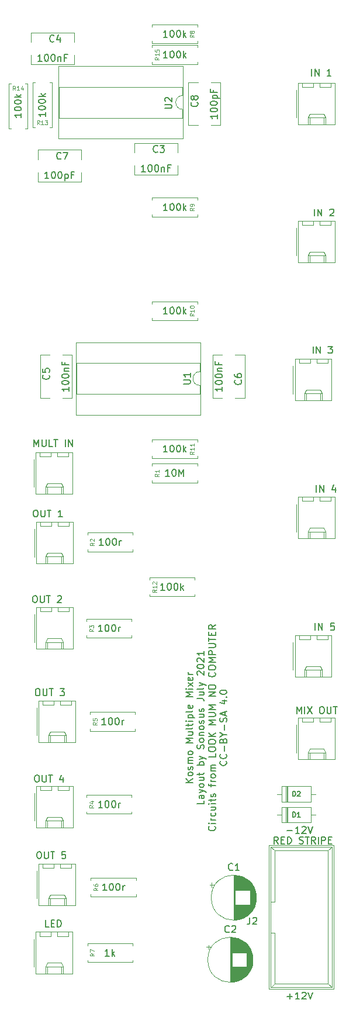
<source format=gbr>
%TF.GenerationSoftware,KiCad,Pcbnew,(5.1.9)-1*%
%TF.CreationDate,2021-07-02T20:36:40+01:00*%
%TF.ProjectId,MultMixer,4d756c74-4d69-4786-9572-2e6b69636164,rev?*%
%TF.SameCoordinates,Original*%
%TF.FileFunction,Legend,Top*%
%TF.FilePolarity,Positive*%
%FSLAX46Y46*%
G04 Gerber Fmt 4.6, Leading zero omitted, Abs format (unit mm)*
G04 Created by KiCad (PCBNEW (5.1.9)-1) date 2021-07-02 20:36:40*
%MOMM*%
%LPD*%
G01*
G04 APERTURE LIST*
%ADD10C,0.150000*%
%ADD11C,0.120000*%
%ADD12C,0.100000*%
%ADD13C,0.130000*%
%ADD14O,1.740000X2.190000*%
%ADD15O,2.362000X1.362000*%
%ADD16O,1.600000X2.400000*%
%ADD17R,1.600000X2.400000*%
%ADD18C,3.240000*%
%ADD19C,1.800000*%
%ADD20R,1.800000X1.800000*%
%ADD21O,1.600000X1.600000*%
%ADD22C,1.600000*%
%ADD23R,1.727200X1.727200*%
%ADD24O,1.727200X1.727200*%
%ADD25R,1.600000X1.600000*%
G04 APERTURE END LIST*
D10*
X195777380Y-181304761D02*
X194777380Y-181304761D01*
X195777380Y-180733333D02*
X195205952Y-181161904D01*
X194777380Y-180733333D02*
X195348809Y-181304761D01*
X195777380Y-180161904D02*
X195729761Y-180257142D01*
X195682142Y-180304761D01*
X195586904Y-180352380D01*
X195301190Y-180352380D01*
X195205952Y-180304761D01*
X195158333Y-180257142D01*
X195110714Y-180161904D01*
X195110714Y-180019047D01*
X195158333Y-179923809D01*
X195205952Y-179876190D01*
X195301190Y-179828571D01*
X195586904Y-179828571D01*
X195682142Y-179876190D01*
X195729761Y-179923809D01*
X195777380Y-180019047D01*
X195777380Y-180161904D01*
X195729761Y-179447619D02*
X195777380Y-179352380D01*
X195777380Y-179161904D01*
X195729761Y-179066666D01*
X195634523Y-179019047D01*
X195586904Y-179019047D01*
X195491666Y-179066666D01*
X195444047Y-179161904D01*
X195444047Y-179304761D01*
X195396428Y-179400000D01*
X195301190Y-179447619D01*
X195253571Y-179447619D01*
X195158333Y-179400000D01*
X195110714Y-179304761D01*
X195110714Y-179161904D01*
X195158333Y-179066666D01*
X195777380Y-178590476D02*
X195110714Y-178590476D01*
X195205952Y-178590476D02*
X195158333Y-178542857D01*
X195110714Y-178447619D01*
X195110714Y-178304761D01*
X195158333Y-178209523D01*
X195253571Y-178161904D01*
X195777380Y-178161904D01*
X195253571Y-178161904D02*
X195158333Y-178114285D01*
X195110714Y-178019047D01*
X195110714Y-177876190D01*
X195158333Y-177780952D01*
X195253571Y-177733333D01*
X195777380Y-177733333D01*
X195777380Y-177114285D02*
X195729761Y-177209523D01*
X195682142Y-177257142D01*
X195586904Y-177304761D01*
X195301190Y-177304761D01*
X195205952Y-177257142D01*
X195158333Y-177209523D01*
X195110714Y-177114285D01*
X195110714Y-176971428D01*
X195158333Y-176876190D01*
X195205952Y-176828571D01*
X195301190Y-176780952D01*
X195586904Y-176780952D01*
X195682142Y-176828571D01*
X195729761Y-176876190D01*
X195777380Y-176971428D01*
X195777380Y-177114285D01*
X195777380Y-175590476D02*
X194777380Y-175590476D01*
X195491666Y-175257142D01*
X194777380Y-174923809D01*
X195777380Y-174923809D01*
X195110714Y-174019047D02*
X195777380Y-174019047D01*
X195110714Y-174447619D02*
X195634523Y-174447619D01*
X195729761Y-174400000D01*
X195777380Y-174304761D01*
X195777380Y-174161904D01*
X195729761Y-174066666D01*
X195682142Y-174019047D01*
X195777380Y-173400000D02*
X195729761Y-173495238D01*
X195634523Y-173542857D01*
X194777380Y-173542857D01*
X195110714Y-173161904D02*
X195110714Y-172780952D01*
X194777380Y-173019047D02*
X195634523Y-173019047D01*
X195729761Y-172971428D01*
X195777380Y-172876190D01*
X195777380Y-172780952D01*
X195777380Y-172447619D02*
X195110714Y-172447619D01*
X194777380Y-172447619D02*
X194825000Y-172495238D01*
X194872619Y-172447619D01*
X194825000Y-172400000D01*
X194777380Y-172447619D01*
X194872619Y-172447619D01*
X195110714Y-171971428D02*
X196110714Y-171971428D01*
X195158333Y-171971428D02*
X195110714Y-171876190D01*
X195110714Y-171685714D01*
X195158333Y-171590476D01*
X195205952Y-171542857D01*
X195301190Y-171495238D01*
X195586904Y-171495238D01*
X195682142Y-171542857D01*
X195729761Y-171590476D01*
X195777380Y-171685714D01*
X195777380Y-171876190D01*
X195729761Y-171971428D01*
X195777380Y-170923809D02*
X195729761Y-171019047D01*
X195634523Y-171066666D01*
X194777380Y-171066666D01*
X195729761Y-170161904D02*
X195777380Y-170257142D01*
X195777380Y-170447619D01*
X195729761Y-170542857D01*
X195634523Y-170590476D01*
X195253571Y-170590476D01*
X195158333Y-170542857D01*
X195110714Y-170447619D01*
X195110714Y-170257142D01*
X195158333Y-170161904D01*
X195253571Y-170114285D01*
X195348809Y-170114285D01*
X195444047Y-170590476D01*
X195777380Y-168923809D02*
X194777380Y-168923809D01*
X195491666Y-168590476D01*
X194777380Y-168257142D01*
X195777380Y-168257142D01*
X195777380Y-167780952D02*
X195110714Y-167780952D01*
X194777380Y-167780952D02*
X194825000Y-167828571D01*
X194872619Y-167780952D01*
X194825000Y-167733333D01*
X194777380Y-167780952D01*
X194872619Y-167780952D01*
X195777380Y-167400000D02*
X195110714Y-166876190D01*
X195110714Y-167400000D02*
X195777380Y-166876190D01*
X195729761Y-166114285D02*
X195777380Y-166209523D01*
X195777380Y-166400000D01*
X195729761Y-166495238D01*
X195634523Y-166542857D01*
X195253571Y-166542857D01*
X195158333Y-166495238D01*
X195110714Y-166400000D01*
X195110714Y-166209523D01*
X195158333Y-166114285D01*
X195253571Y-166066666D01*
X195348809Y-166066666D01*
X195444047Y-166542857D01*
X195777380Y-165638095D02*
X195110714Y-165638095D01*
X195301190Y-165638095D02*
X195205952Y-165590476D01*
X195158333Y-165542857D01*
X195110714Y-165447619D01*
X195110714Y-165352380D01*
X197427380Y-183947619D02*
X197427380Y-184423809D01*
X196427380Y-184423809D01*
X197427380Y-183185714D02*
X196903571Y-183185714D01*
X196808333Y-183233333D01*
X196760714Y-183328571D01*
X196760714Y-183519047D01*
X196808333Y-183614285D01*
X197379761Y-183185714D02*
X197427380Y-183280952D01*
X197427380Y-183519047D01*
X197379761Y-183614285D01*
X197284523Y-183661904D01*
X197189285Y-183661904D01*
X197094047Y-183614285D01*
X197046428Y-183519047D01*
X197046428Y-183280952D01*
X196998809Y-183185714D01*
X196760714Y-182804761D02*
X197427380Y-182566666D01*
X196760714Y-182328571D02*
X197427380Y-182566666D01*
X197665476Y-182661904D01*
X197713095Y-182709523D01*
X197760714Y-182804761D01*
X197427380Y-181804761D02*
X197379761Y-181900000D01*
X197332142Y-181947619D01*
X197236904Y-181995238D01*
X196951190Y-181995238D01*
X196855952Y-181947619D01*
X196808333Y-181900000D01*
X196760714Y-181804761D01*
X196760714Y-181661904D01*
X196808333Y-181566666D01*
X196855952Y-181519047D01*
X196951190Y-181471428D01*
X197236904Y-181471428D01*
X197332142Y-181519047D01*
X197379761Y-181566666D01*
X197427380Y-181661904D01*
X197427380Y-181804761D01*
X196760714Y-180614285D02*
X197427380Y-180614285D01*
X196760714Y-181042857D02*
X197284523Y-181042857D01*
X197379761Y-180995238D01*
X197427380Y-180900000D01*
X197427380Y-180757142D01*
X197379761Y-180661904D01*
X197332142Y-180614285D01*
X196760714Y-180280952D02*
X196760714Y-179900000D01*
X196427380Y-180138095D02*
X197284523Y-180138095D01*
X197379761Y-180090476D01*
X197427380Y-179995238D01*
X197427380Y-179900000D01*
X197427380Y-178804761D02*
X196427380Y-178804761D01*
X196808333Y-178804761D02*
X196760714Y-178709523D01*
X196760714Y-178519047D01*
X196808333Y-178423809D01*
X196855952Y-178376190D01*
X196951190Y-178328571D01*
X197236904Y-178328571D01*
X197332142Y-178376190D01*
X197379761Y-178423809D01*
X197427380Y-178519047D01*
X197427380Y-178709523D01*
X197379761Y-178804761D01*
X196760714Y-177995238D02*
X197427380Y-177757142D01*
X196760714Y-177519047D02*
X197427380Y-177757142D01*
X197665476Y-177852380D01*
X197713095Y-177900000D01*
X197760714Y-177995238D01*
X197379761Y-176423809D02*
X197427380Y-176280952D01*
X197427380Y-176042857D01*
X197379761Y-175947619D01*
X197332142Y-175900000D01*
X197236904Y-175852380D01*
X197141666Y-175852380D01*
X197046428Y-175900000D01*
X196998809Y-175947619D01*
X196951190Y-176042857D01*
X196903571Y-176233333D01*
X196855952Y-176328571D01*
X196808333Y-176376190D01*
X196713095Y-176423809D01*
X196617857Y-176423809D01*
X196522619Y-176376190D01*
X196475000Y-176328571D01*
X196427380Y-176233333D01*
X196427380Y-175995238D01*
X196475000Y-175852380D01*
X197427380Y-175280952D02*
X197379761Y-175376190D01*
X197332142Y-175423809D01*
X197236904Y-175471428D01*
X196951190Y-175471428D01*
X196855952Y-175423809D01*
X196808333Y-175376190D01*
X196760714Y-175280952D01*
X196760714Y-175138095D01*
X196808333Y-175042857D01*
X196855952Y-174995238D01*
X196951190Y-174947619D01*
X197236904Y-174947619D01*
X197332142Y-174995238D01*
X197379761Y-175042857D01*
X197427380Y-175138095D01*
X197427380Y-175280952D01*
X196760714Y-174519047D02*
X197427380Y-174519047D01*
X196855952Y-174519047D02*
X196808333Y-174471428D01*
X196760714Y-174376190D01*
X196760714Y-174233333D01*
X196808333Y-174138095D01*
X196903571Y-174090476D01*
X197427380Y-174090476D01*
X197427380Y-173471428D02*
X197379761Y-173566666D01*
X197332142Y-173614285D01*
X197236904Y-173661904D01*
X196951190Y-173661904D01*
X196855952Y-173614285D01*
X196808333Y-173566666D01*
X196760714Y-173471428D01*
X196760714Y-173328571D01*
X196808333Y-173233333D01*
X196855952Y-173185714D01*
X196951190Y-173138095D01*
X197236904Y-173138095D01*
X197332142Y-173185714D01*
X197379761Y-173233333D01*
X197427380Y-173328571D01*
X197427380Y-173471428D01*
X197379761Y-172757142D02*
X197427380Y-172661904D01*
X197427380Y-172471428D01*
X197379761Y-172376190D01*
X197284523Y-172328571D01*
X197236904Y-172328571D01*
X197141666Y-172376190D01*
X197094047Y-172471428D01*
X197094047Y-172614285D01*
X197046428Y-172709523D01*
X196951190Y-172757142D01*
X196903571Y-172757142D01*
X196808333Y-172709523D01*
X196760714Y-172614285D01*
X196760714Y-172471428D01*
X196808333Y-172376190D01*
X196760714Y-171471428D02*
X197427380Y-171471428D01*
X196760714Y-171900000D02*
X197284523Y-171900000D01*
X197379761Y-171852380D01*
X197427380Y-171757142D01*
X197427380Y-171614285D01*
X197379761Y-171519047D01*
X197332142Y-171471428D01*
X197379761Y-171042857D02*
X197427380Y-170947619D01*
X197427380Y-170757142D01*
X197379761Y-170661904D01*
X197284523Y-170614285D01*
X197236904Y-170614285D01*
X197141666Y-170661904D01*
X197094047Y-170757142D01*
X197094047Y-170900000D01*
X197046428Y-170995238D01*
X196951190Y-171042857D01*
X196903571Y-171042857D01*
X196808333Y-170995238D01*
X196760714Y-170900000D01*
X196760714Y-170757142D01*
X196808333Y-170661904D01*
X196427380Y-169138095D02*
X197141666Y-169138095D01*
X197284523Y-169185714D01*
X197379761Y-169280952D01*
X197427380Y-169423809D01*
X197427380Y-169519047D01*
X196760714Y-168233333D02*
X197427380Y-168233333D01*
X196760714Y-168661904D02*
X197284523Y-168661904D01*
X197379761Y-168614285D01*
X197427380Y-168519047D01*
X197427380Y-168376190D01*
X197379761Y-168280952D01*
X197332142Y-168233333D01*
X197427380Y-167614285D02*
X197379761Y-167709523D01*
X197284523Y-167757142D01*
X196427380Y-167757142D01*
X196760714Y-167328571D02*
X197427380Y-167090476D01*
X196760714Y-166852380D02*
X197427380Y-167090476D01*
X197665476Y-167185714D01*
X197713095Y-167233333D01*
X197760714Y-167328571D01*
X196522619Y-165757142D02*
X196475000Y-165709523D01*
X196427380Y-165614285D01*
X196427380Y-165376190D01*
X196475000Y-165280952D01*
X196522619Y-165233333D01*
X196617857Y-165185714D01*
X196713095Y-165185714D01*
X196855952Y-165233333D01*
X197427380Y-165804761D01*
X197427380Y-165185714D01*
X196427380Y-164566666D02*
X196427380Y-164471428D01*
X196475000Y-164376190D01*
X196522619Y-164328571D01*
X196617857Y-164280952D01*
X196808333Y-164233333D01*
X197046428Y-164233333D01*
X197236904Y-164280952D01*
X197332142Y-164328571D01*
X197379761Y-164376190D01*
X197427380Y-164471428D01*
X197427380Y-164566666D01*
X197379761Y-164661904D01*
X197332142Y-164709523D01*
X197236904Y-164757142D01*
X197046428Y-164804761D01*
X196808333Y-164804761D01*
X196617857Y-164757142D01*
X196522619Y-164709523D01*
X196475000Y-164661904D01*
X196427380Y-164566666D01*
X196522619Y-163852380D02*
X196475000Y-163804761D01*
X196427380Y-163709523D01*
X196427380Y-163471428D01*
X196475000Y-163376190D01*
X196522619Y-163328571D01*
X196617857Y-163280952D01*
X196713095Y-163280952D01*
X196855952Y-163328571D01*
X197427380Y-163900000D01*
X197427380Y-163280952D01*
X197427380Y-162328571D02*
X197427380Y-162900000D01*
X197427380Y-162614285D02*
X196427380Y-162614285D01*
X196570238Y-162709523D01*
X196665476Y-162804761D01*
X196713095Y-162900000D01*
X198982142Y-187685714D02*
X199029761Y-187733333D01*
X199077380Y-187876190D01*
X199077380Y-187971428D01*
X199029761Y-188114285D01*
X198934523Y-188209523D01*
X198839285Y-188257142D01*
X198648809Y-188304761D01*
X198505952Y-188304761D01*
X198315476Y-188257142D01*
X198220238Y-188209523D01*
X198125000Y-188114285D01*
X198077380Y-187971428D01*
X198077380Y-187876190D01*
X198125000Y-187733333D01*
X198172619Y-187685714D01*
X199077380Y-187257142D02*
X198410714Y-187257142D01*
X198077380Y-187257142D02*
X198125000Y-187304761D01*
X198172619Y-187257142D01*
X198125000Y-187209523D01*
X198077380Y-187257142D01*
X198172619Y-187257142D01*
X199077380Y-186780952D02*
X198410714Y-186780952D01*
X198601190Y-186780952D02*
X198505952Y-186733333D01*
X198458333Y-186685714D01*
X198410714Y-186590476D01*
X198410714Y-186495238D01*
X199029761Y-185733333D02*
X199077380Y-185828571D01*
X199077380Y-186019047D01*
X199029761Y-186114285D01*
X198982142Y-186161904D01*
X198886904Y-186209523D01*
X198601190Y-186209523D01*
X198505952Y-186161904D01*
X198458333Y-186114285D01*
X198410714Y-186019047D01*
X198410714Y-185828571D01*
X198458333Y-185733333D01*
X198410714Y-184876190D02*
X199077380Y-184876190D01*
X198410714Y-185304761D02*
X198934523Y-185304761D01*
X199029761Y-185257142D01*
X199077380Y-185161904D01*
X199077380Y-185019047D01*
X199029761Y-184923809D01*
X198982142Y-184876190D01*
X199077380Y-184400000D02*
X198410714Y-184400000D01*
X198077380Y-184400000D02*
X198125000Y-184447619D01*
X198172619Y-184400000D01*
X198125000Y-184352380D01*
X198077380Y-184400000D01*
X198172619Y-184400000D01*
X198410714Y-184066666D02*
X198410714Y-183685714D01*
X198077380Y-183923809D02*
X198934523Y-183923809D01*
X199029761Y-183876190D01*
X199077380Y-183780952D01*
X199077380Y-183685714D01*
X199029761Y-183400000D02*
X199077380Y-183304761D01*
X199077380Y-183114285D01*
X199029761Y-183019047D01*
X198934523Y-182971428D01*
X198886904Y-182971428D01*
X198791666Y-183019047D01*
X198744047Y-183114285D01*
X198744047Y-183257142D01*
X198696428Y-183352380D01*
X198601190Y-183400000D01*
X198553571Y-183400000D01*
X198458333Y-183352380D01*
X198410714Y-183257142D01*
X198410714Y-183114285D01*
X198458333Y-183019047D01*
X198410714Y-181923809D02*
X198410714Y-181542857D01*
X199077380Y-181780952D02*
X198220238Y-181780952D01*
X198125000Y-181733333D01*
X198077380Y-181638095D01*
X198077380Y-181542857D01*
X199077380Y-181209523D02*
X198410714Y-181209523D01*
X198601190Y-181209523D02*
X198505952Y-181161904D01*
X198458333Y-181114285D01*
X198410714Y-181019047D01*
X198410714Y-180923809D01*
X199077380Y-180447619D02*
X199029761Y-180542857D01*
X198982142Y-180590476D01*
X198886904Y-180638095D01*
X198601190Y-180638095D01*
X198505952Y-180590476D01*
X198458333Y-180542857D01*
X198410714Y-180447619D01*
X198410714Y-180304761D01*
X198458333Y-180209523D01*
X198505952Y-180161904D01*
X198601190Y-180114285D01*
X198886904Y-180114285D01*
X198982142Y-180161904D01*
X199029761Y-180209523D01*
X199077380Y-180304761D01*
X199077380Y-180447619D01*
X199077380Y-179685714D02*
X198410714Y-179685714D01*
X198505952Y-179685714D02*
X198458333Y-179638095D01*
X198410714Y-179542857D01*
X198410714Y-179400000D01*
X198458333Y-179304761D01*
X198553571Y-179257142D01*
X199077380Y-179257142D01*
X198553571Y-179257142D02*
X198458333Y-179209523D01*
X198410714Y-179114285D01*
X198410714Y-178971428D01*
X198458333Y-178876190D01*
X198553571Y-178828571D01*
X199077380Y-178828571D01*
X199077380Y-177114285D02*
X199077380Y-177590476D01*
X198077380Y-177590476D01*
X198077380Y-176590476D02*
X198077380Y-176400000D01*
X198125000Y-176304761D01*
X198220238Y-176209523D01*
X198410714Y-176161904D01*
X198744047Y-176161904D01*
X198934523Y-176209523D01*
X199029761Y-176304761D01*
X199077380Y-176400000D01*
X199077380Y-176590476D01*
X199029761Y-176685714D01*
X198934523Y-176780952D01*
X198744047Y-176828571D01*
X198410714Y-176828571D01*
X198220238Y-176780952D01*
X198125000Y-176685714D01*
X198077380Y-176590476D01*
X198077380Y-175542857D02*
X198077380Y-175352380D01*
X198125000Y-175257142D01*
X198220238Y-175161904D01*
X198410714Y-175114285D01*
X198744047Y-175114285D01*
X198934523Y-175161904D01*
X199029761Y-175257142D01*
X199077380Y-175352380D01*
X199077380Y-175542857D01*
X199029761Y-175638095D01*
X198934523Y-175733333D01*
X198744047Y-175780952D01*
X198410714Y-175780952D01*
X198220238Y-175733333D01*
X198125000Y-175638095D01*
X198077380Y-175542857D01*
X199077380Y-174685714D02*
X198077380Y-174685714D01*
X199077380Y-174114285D02*
X198505952Y-174542857D01*
X198077380Y-174114285D02*
X198648809Y-174685714D01*
X199077380Y-172923809D02*
X198077380Y-172923809D01*
X198791666Y-172590476D01*
X198077380Y-172257142D01*
X199077380Y-172257142D01*
X198077380Y-171780952D02*
X198886904Y-171780952D01*
X198982142Y-171733333D01*
X199029761Y-171685714D01*
X199077380Y-171590476D01*
X199077380Y-171400000D01*
X199029761Y-171304761D01*
X198982142Y-171257142D01*
X198886904Y-171209523D01*
X198077380Y-171209523D01*
X199077380Y-170733333D02*
X198077380Y-170733333D01*
X198791666Y-170400000D01*
X198077380Y-170066666D01*
X199077380Y-170066666D01*
X199077380Y-168828571D02*
X198077380Y-168828571D01*
X199077380Y-168257142D01*
X198077380Y-168257142D01*
X198077380Y-167590476D02*
X198077380Y-167400000D01*
X198125000Y-167304761D01*
X198220238Y-167209523D01*
X198410714Y-167161904D01*
X198744047Y-167161904D01*
X198934523Y-167209523D01*
X199029761Y-167304761D01*
X199077380Y-167400000D01*
X199077380Y-167590476D01*
X199029761Y-167685714D01*
X198934523Y-167780952D01*
X198744047Y-167828571D01*
X198410714Y-167828571D01*
X198220238Y-167780952D01*
X198125000Y-167685714D01*
X198077380Y-167590476D01*
X198982142Y-165400000D02*
X199029761Y-165447619D01*
X199077380Y-165590476D01*
X199077380Y-165685714D01*
X199029761Y-165828571D01*
X198934523Y-165923809D01*
X198839285Y-165971428D01*
X198648809Y-166019047D01*
X198505952Y-166019047D01*
X198315476Y-165971428D01*
X198220238Y-165923809D01*
X198125000Y-165828571D01*
X198077380Y-165685714D01*
X198077380Y-165590476D01*
X198125000Y-165447619D01*
X198172619Y-165400000D01*
X198077380Y-164780952D02*
X198077380Y-164590476D01*
X198125000Y-164495238D01*
X198220238Y-164400000D01*
X198410714Y-164352380D01*
X198744047Y-164352380D01*
X198934523Y-164400000D01*
X199029761Y-164495238D01*
X199077380Y-164590476D01*
X199077380Y-164780952D01*
X199029761Y-164876190D01*
X198934523Y-164971428D01*
X198744047Y-165019047D01*
X198410714Y-165019047D01*
X198220238Y-164971428D01*
X198125000Y-164876190D01*
X198077380Y-164780952D01*
X199077380Y-163923809D02*
X198077380Y-163923809D01*
X198791666Y-163590476D01*
X198077380Y-163257142D01*
X199077380Y-163257142D01*
X199077380Y-162780952D02*
X198077380Y-162780952D01*
X198077380Y-162400000D01*
X198125000Y-162304761D01*
X198172619Y-162257142D01*
X198267857Y-162209523D01*
X198410714Y-162209523D01*
X198505952Y-162257142D01*
X198553571Y-162304761D01*
X198601190Y-162400000D01*
X198601190Y-162780952D01*
X198077380Y-161780952D02*
X198886904Y-161780952D01*
X198982142Y-161733333D01*
X199029761Y-161685714D01*
X199077380Y-161590476D01*
X199077380Y-161400000D01*
X199029761Y-161304761D01*
X198982142Y-161257142D01*
X198886904Y-161209523D01*
X198077380Y-161209523D01*
X198077380Y-160876190D02*
X198077380Y-160304761D01*
X199077380Y-160590476D02*
X198077380Y-160590476D01*
X198553571Y-159971428D02*
X198553571Y-159638095D01*
X199077380Y-159495238D02*
X199077380Y-159971428D01*
X198077380Y-159971428D01*
X198077380Y-159495238D01*
X199077380Y-158495238D02*
X198601190Y-158828571D01*
X199077380Y-159066666D02*
X198077380Y-159066666D01*
X198077380Y-158685714D01*
X198125000Y-158590476D01*
X198172619Y-158542857D01*
X198267857Y-158495238D01*
X198410714Y-158495238D01*
X198505952Y-158542857D01*
X198553571Y-158590476D01*
X198601190Y-158685714D01*
X198601190Y-159066666D01*
X200632142Y-178233333D02*
X200679761Y-178280952D01*
X200727380Y-178423809D01*
X200727380Y-178519047D01*
X200679761Y-178661904D01*
X200584523Y-178757142D01*
X200489285Y-178804761D01*
X200298809Y-178852380D01*
X200155952Y-178852380D01*
X199965476Y-178804761D01*
X199870238Y-178757142D01*
X199775000Y-178661904D01*
X199727380Y-178519047D01*
X199727380Y-178423809D01*
X199775000Y-178280952D01*
X199822619Y-178233333D01*
X200632142Y-177233333D02*
X200679761Y-177280952D01*
X200727380Y-177423809D01*
X200727380Y-177519047D01*
X200679761Y-177661904D01*
X200584523Y-177757142D01*
X200489285Y-177804761D01*
X200298809Y-177852380D01*
X200155952Y-177852380D01*
X199965476Y-177804761D01*
X199870238Y-177757142D01*
X199775000Y-177661904D01*
X199727380Y-177519047D01*
X199727380Y-177423809D01*
X199775000Y-177280952D01*
X199822619Y-177233333D01*
X200346428Y-176804761D02*
X200346428Y-176042857D01*
X200203571Y-175233333D02*
X200251190Y-175090476D01*
X200298809Y-175042857D01*
X200394047Y-174995238D01*
X200536904Y-174995238D01*
X200632142Y-175042857D01*
X200679761Y-175090476D01*
X200727380Y-175185714D01*
X200727380Y-175566666D01*
X199727380Y-175566666D01*
X199727380Y-175233333D01*
X199775000Y-175138095D01*
X199822619Y-175090476D01*
X199917857Y-175042857D01*
X200013095Y-175042857D01*
X200108333Y-175090476D01*
X200155952Y-175138095D01*
X200203571Y-175233333D01*
X200203571Y-175566666D01*
X200251190Y-174376190D02*
X200727380Y-174376190D01*
X199727380Y-174709523D02*
X200251190Y-174376190D01*
X199727380Y-174042857D01*
X200346428Y-173709523D02*
X200346428Y-172947619D01*
X200679761Y-172519047D02*
X200727380Y-172376190D01*
X200727380Y-172138095D01*
X200679761Y-172042857D01*
X200632142Y-171995238D01*
X200536904Y-171947619D01*
X200441666Y-171947619D01*
X200346428Y-171995238D01*
X200298809Y-172042857D01*
X200251190Y-172138095D01*
X200203571Y-172328571D01*
X200155952Y-172423809D01*
X200108333Y-172471428D01*
X200013095Y-172519047D01*
X199917857Y-172519047D01*
X199822619Y-172471428D01*
X199775000Y-172423809D01*
X199727380Y-172328571D01*
X199727380Y-172090476D01*
X199775000Y-171947619D01*
X200441666Y-171566666D02*
X200441666Y-171090476D01*
X200727380Y-171661904D02*
X199727380Y-171328571D01*
X200727380Y-170995238D01*
X200060714Y-169471428D02*
X200727380Y-169471428D01*
X199679761Y-169709523D02*
X200394047Y-169947619D01*
X200394047Y-169328571D01*
X200632142Y-168947619D02*
X200679761Y-168900000D01*
X200727380Y-168947619D01*
X200679761Y-168995238D01*
X200632142Y-168947619D01*
X200727380Y-168947619D01*
X199727380Y-168280952D02*
X199727380Y-168185714D01*
X199775000Y-168090476D01*
X199822619Y-168042857D01*
X199917857Y-167995238D01*
X200108333Y-167947619D01*
X200346428Y-167947619D01*
X200536904Y-167995238D01*
X200632142Y-168042857D01*
X200679761Y-168090476D01*
X200727380Y-168185714D01*
X200727380Y-168280952D01*
X200679761Y-168376190D01*
X200632142Y-168423809D01*
X200536904Y-168471428D01*
X200346428Y-168519047D01*
X200108333Y-168519047D01*
X199917857Y-168471428D01*
X199822619Y-168423809D01*
X199775000Y-168376190D01*
X199727380Y-168280952D01*
D11*
%TO.C,LED*%
X173080000Y-202970000D02*
X173080000Y-208990000D01*
X173080000Y-208990000D02*
X178380000Y-208990000D01*
X178380000Y-208990000D02*
X178380000Y-202970000D01*
X178380000Y-202970000D02*
X173080000Y-202970000D01*
X172790000Y-204000000D02*
X172790000Y-208000000D01*
X174460000Y-208990000D02*
X174460000Y-207990000D01*
X174460000Y-207990000D02*
X177000000Y-207990000D01*
X177000000Y-207990000D02*
X177000000Y-208990000D01*
X174460000Y-207990000D02*
X174710000Y-207460000D01*
X174710000Y-207460000D02*
X176750000Y-207460000D01*
X176750000Y-207460000D02*
X177000000Y-207990000D01*
X174710000Y-208990000D02*
X174710000Y-207990000D01*
X176750000Y-208990000D02*
X176750000Y-207990000D01*
X173660000Y-202970000D02*
X173660000Y-203570000D01*
X173660000Y-203570000D02*
X175260000Y-203570000D01*
X175260000Y-203570000D02*
X175260000Y-202970000D01*
X176200000Y-202970000D02*
X176200000Y-203570000D01*
X176200000Y-203570000D02*
X177800000Y-203570000D01*
X177800000Y-203570000D02*
X177800000Y-202970000D01*
%TO.C,MIX OUT*%
X215800000Y-172570000D02*
X215800000Y-171970000D01*
X214200000Y-172570000D02*
X215800000Y-172570000D01*
X214200000Y-171970000D02*
X214200000Y-172570000D01*
X213260000Y-172570000D02*
X213260000Y-171970000D01*
X211660000Y-172570000D02*
X213260000Y-172570000D01*
X211660000Y-171970000D02*
X211660000Y-172570000D01*
X214750000Y-177990000D02*
X214750000Y-176990000D01*
X212710000Y-177990000D02*
X212710000Y-176990000D01*
X214750000Y-176460000D02*
X215000000Y-176990000D01*
X212710000Y-176460000D02*
X214750000Y-176460000D01*
X212460000Y-176990000D02*
X212710000Y-176460000D01*
X215000000Y-176990000D02*
X215000000Y-177990000D01*
X212460000Y-176990000D02*
X215000000Y-176990000D01*
X212460000Y-177990000D02*
X212460000Y-176990000D01*
X210790000Y-173000000D02*
X210790000Y-177000000D01*
X216380000Y-171970000D02*
X211080000Y-171970000D01*
X216380000Y-177990000D02*
X216380000Y-171970000D01*
X211080000Y-177990000D02*
X216380000Y-177990000D01*
X211080000Y-171970000D02*
X211080000Y-177990000D01*
%TO.C,IN 5*%
X215340000Y-160570000D02*
X215340000Y-159970000D01*
X213740000Y-160570000D02*
X215340000Y-160570000D01*
X213740000Y-159970000D02*
X213740000Y-160570000D01*
X212800000Y-160570000D02*
X212800000Y-159970000D01*
X211200000Y-160570000D02*
X212800000Y-160570000D01*
X211200000Y-159970000D02*
X211200000Y-160570000D01*
X214290000Y-165990000D02*
X214290000Y-164990000D01*
X212250000Y-165990000D02*
X212250000Y-164990000D01*
X214290000Y-164460000D02*
X214540000Y-164990000D01*
X212250000Y-164460000D02*
X214290000Y-164460000D01*
X212000000Y-164990000D02*
X212250000Y-164460000D01*
X214540000Y-164990000D02*
X214540000Y-165990000D01*
X212000000Y-164990000D02*
X214540000Y-164990000D01*
X212000000Y-165990000D02*
X212000000Y-164990000D01*
X210330000Y-161000000D02*
X210330000Y-165000000D01*
X215920000Y-159970000D02*
X210620000Y-159970000D01*
X215920000Y-165990000D02*
X215920000Y-159970000D01*
X210620000Y-165990000D02*
X215920000Y-165990000D01*
X210620000Y-159970000D02*
X210620000Y-165990000D01*
%TO.C,IN 4*%
X215800000Y-140570000D02*
X215800000Y-139970000D01*
X214200000Y-140570000D02*
X215800000Y-140570000D01*
X214200000Y-139970000D02*
X214200000Y-140570000D01*
X213260000Y-140570000D02*
X213260000Y-139970000D01*
X211660000Y-140570000D02*
X213260000Y-140570000D01*
X211660000Y-139970000D02*
X211660000Y-140570000D01*
X214750000Y-145990000D02*
X214750000Y-144990000D01*
X212710000Y-145990000D02*
X212710000Y-144990000D01*
X214750000Y-144460000D02*
X215000000Y-144990000D01*
X212710000Y-144460000D02*
X214750000Y-144460000D01*
X212460000Y-144990000D02*
X212710000Y-144460000D01*
X215000000Y-144990000D02*
X215000000Y-145990000D01*
X212460000Y-144990000D02*
X215000000Y-144990000D01*
X212460000Y-145990000D02*
X212460000Y-144990000D01*
X210790000Y-141000000D02*
X210790000Y-145000000D01*
X216380000Y-139970000D02*
X211080000Y-139970000D01*
X216380000Y-145990000D02*
X216380000Y-139970000D01*
X211080000Y-145990000D02*
X216380000Y-145990000D01*
X211080000Y-139970000D02*
X211080000Y-145990000D01*
%TO.C,IN 3*%
X215340000Y-120570000D02*
X215340000Y-119970000D01*
X213740000Y-120570000D02*
X215340000Y-120570000D01*
X213740000Y-119970000D02*
X213740000Y-120570000D01*
X212800000Y-120570000D02*
X212800000Y-119970000D01*
X211200000Y-120570000D02*
X212800000Y-120570000D01*
X211200000Y-119970000D02*
X211200000Y-120570000D01*
X214290000Y-125990000D02*
X214290000Y-124990000D01*
X212250000Y-125990000D02*
X212250000Y-124990000D01*
X214290000Y-124460000D02*
X214540000Y-124990000D01*
X212250000Y-124460000D02*
X214290000Y-124460000D01*
X212000000Y-124990000D02*
X212250000Y-124460000D01*
X214540000Y-124990000D02*
X214540000Y-125990000D01*
X212000000Y-124990000D02*
X214540000Y-124990000D01*
X212000000Y-125990000D02*
X212000000Y-124990000D01*
X210330000Y-121000000D02*
X210330000Y-125000000D01*
X215920000Y-119970000D02*
X210620000Y-119970000D01*
X215920000Y-125990000D02*
X215920000Y-119970000D01*
X210620000Y-125990000D02*
X215920000Y-125990000D01*
X210620000Y-119970000D02*
X210620000Y-125990000D01*
%TO.C,IN 2*%
X215800000Y-100570000D02*
X215800000Y-99970000D01*
X214200000Y-100570000D02*
X215800000Y-100570000D01*
X214200000Y-99970000D02*
X214200000Y-100570000D01*
X213260000Y-100570000D02*
X213260000Y-99970000D01*
X211660000Y-100570000D02*
X213260000Y-100570000D01*
X211660000Y-99970000D02*
X211660000Y-100570000D01*
X214750000Y-105990000D02*
X214750000Y-104990000D01*
X212710000Y-105990000D02*
X212710000Y-104990000D01*
X214750000Y-104460000D02*
X215000000Y-104990000D01*
X212710000Y-104460000D02*
X214750000Y-104460000D01*
X212460000Y-104990000D02*
X212710000Y-104460000D01*
X215000000Y-104990000D02*
X215000000Y-105990000D01*
X212460000Y-104990000D02*
X215000000Y-104990000D01*
X212460000Y-105990000D02*
X212460000Y-104990000D01*
X210790000Y-101000000D02*
X210790000Y-105000000D01*
X216380000Y-99970000D02*
X211080000Y-99970000D01*
X216380000Y-105990000D02*
X216380000Y-99970000D01*
X211080000Y-105990000D02*
X216380000Y-105990000D01*
X211080000Y-99970000D02*
X211080000Y-105990000D01*
%TO.C,IN 1*%
X215800000Y-80570000D02*
X215800000Y-79970000D01*
X214200000Y-80570000D02*
X215800000Y-80570000D01*
X214200000Y-79970000D02*
X214200000Y-80570000D01*
X213260000Y-80570000D02*
X213260000Y-79970000D01*
X211660000Y-80570000D02*
X213260000Y-80570000D01*
X211660000Y-79970000D02*
X211660000Y-80570000D01*
X214750000Y-85990000D02*
X214750000Y-84990000D01*
X212710000Y-85990000D02*
X212710000Y-84990000D01*
X214750000Y-84460000D02*
X215000000Y-84990000D01*
X212710000Y-84460000D02*
X214750000Y-84460000D01*
X212460000Y-84990000D02*
X212710000Y-84460000D01*
X215000000Y-84990000D02*
X215000000Y-85990000D01*
X212460000Y-84990000D02*
X215000000Y-84990000D01*
X212460000Y-85990000D02*
X212460000Y-84990000D01*
X210790000Y-81000000D02*
X210790000Y-85000000D01*
X216380000Y-79970000D02*
X211080000Y-79970000D01*
X216380000Y-85990000D02*
X216380000Y-79970000D01*
X211080000Y-85990000D02*
X216380000Y-85990000D01*
X211080000Y-79970000D02*
X211080000Y-85990000D01*
%TO.C,OUT 5*%
X178215000Y-193695000D02*
X178215000Y-193095000D01*
X176615000Y-193695000D02*
X178215000Y-193695000D01*
X176615000Y-193095000D02*
X176615000Y-193695000D01*
X175675000Y-193695000D02*
X175675000Y-193095000D01*
X174075000Y-193695000D02*
X175675000Y-193695000D01*
X174075000Y-193095000D02*
X174075000Y-193695000D01*
X177165000Y-199115000D02*
X177165000Y-198115000D01*
X175125000Y-199115000D02*
X175125000Y-198115000D01*
X177165000Y-197585000D02*
X177415000Y-198115000D01*
X175125000Y-197585000D02*
X177165000Y-197585000D01*
X174875000Y-198115000D02*
X175125000Y-197585000D01*
X177415000Y-198115000D02*
X177415000Y-199115000D01*
X174875000Y-198115000D02*
X177415000Y-198115000D01*
X174875000Y-199115000D02*
X174875000Y-198115000D01*
X173205000Y-194125000D02*
X173205000Y-198125000D01*
X178795000Y-193095000D02*
X173495000Y-193095000D01*
X178795000Y-199115000D02*
X178795000Y-193095000D01*
X173495000Y-199115000D02*
X178795000Y-199115000D01*
X173495000Y-193095000D02*
X173495000Y-199115000D01*
%TO.C,OUT 3*%
X178215000Y-170070000D02*
X178215000Y-169470000D01*
X176615000Y-170070000D02*
X178215000Y-170070000D01*
X176615000Y-169470000D02*
X176615000Y-170070000D01*
X175675000Y-170070000D02*
X175675000Y-169470000D01*
X174075000Y-170070000D02*
X175675000Y-170070000D01*
X174075000Y-169470000D02*
X174075000Y-170070000D01*
X177165000Y-175490000D02*
X177165000Y-174490000D01*
X175125000Y-175490000D02*
X175125000Y-174490000D01*
X177165000Y-173960000D02*
X177415000Y-174490000D01*
X175125000Y-173960000D02*
X177165000Y-173960000D01*
X174875000Y-174490000D02*
X175125000Y-173960000D01*
X177415000Y-174490000D02*
X177415000Y-175490000D01*
X174875000Y-174490000D02*
X177415000Y-174490000D01*
X174875000Y-175490000D02*
X174875000Y-174490000D01*
X173205000Y-170500000D02*
X173205000Y-174500000D01*
X178795000Y-169470000D02*
X173495000Y-169470000D01*
X178795000Y-175490000D02*
X178795000Y-169470000D01*
X173495000Y-175490000D02*
X178795000Y-175490000D01*
X173495000Y-169470000D02*
X173495000Y-175490000D01*
%TO.C,OUT 4*%
X177840000Y-182445000D02*
X177840000Y-181845000D01*
X176240000Y-182445000D02*
X177840000Y-182445000D01*
X176240000Y-181845000D02*
X176240000Y-182445000D01*
X175300000Y-182445000D02*
X175300000Y-181845000D01*
X173700000Y-182445000D02*
X175300000Y-182445000D01*
X173700000Y-181845000D02*
X173700000Y-182445000D01*
X176790000Y-187865000D02*
X176790000Y-186865000D01*
X174750000Y-187865000D02*
X174750000Y-186865000D01*
X176790000Y-186335000D02*
X177040000Y-186865000D01*
X174750000Y-186335000D02*
X176790000Y-186335000D01*
X174500000Y-186865000D02*
X174750000Y-186335000D01*
X177040000Y-186865000D02*
X177040000Y-187865000D01*
X174500000Y-186865000D02*
X177040000Y-186865000D01*
X174500000Y-187865000D02*
X174500000Y-186865000D01*
X172830000Y-182875000D02*
X172830000Y-186875000D01*
X178420000Y-181845000D02*
X173120000Y-181845000D01*
X178420000Y-187865000D02*
X178420000Y-181845000D01*
X173120000Y-187865000D02*
X178420000Y-187865000D01*
X173120000Y-181845000D02*
X173120000Y-187865000D01*
%TO.C,OUT 2*%
X177840000Y-156570000D02*
X177840000Y-155970000D01*
X176240000Y-156570000D02*
X177840000Y-156570000D01*
X176240000Y-155970000D02*
X176240000Y-156570000D01*
X175300000Y-156570000D02*
X175300000Y-155970000D01*
X173700000Y-156570000D02*
X175300000Y-156570000D01*
X173700000Y-155970000D02*
X173700000Y-156570000D01*
X176790000Y-161990000D02*
X176790000Y-160990000D01*
X174750000Y-161990000D02*
X174750000Y-160990000D01*
X176790000Y-160460000D02*
X177040000Y-160990000D01*
X174750000Y-160460000D02*
X176790000Y-160460000D01*
X174500000Y-160990000D02*
X174750000Y-160460000D01*
X177040000Y-160990000D02*
X177040000Y-161990000D01*
X174500000Y-160990000D02*
X177040000Y-160990000D01*
X174500000Y-161990000D02*
X174500000Y-160990000D01*
X172830000Y-157000000D02*
X172830000Y-161000000D01*
X178420000Y-155970000D02*
X173120000Y-155970000D01*
X178420000Y-161990000D02*
X178420000Y-155970000D01*
X173120000Y-161990000D02*
X178420000Y-161990000D01*
X173120000Y-155970000D02*
X173120000Y-161990000D01*
%TO.C,OUT 1*%
X177840000Y-144195000D02*
X177840000Y-143595000D01*
X176240000Y-144195000D02*
X177840000Y-144195000D01*
X176240000Y-143595000D02*
X176240000Y-144195000D01*
X175300000Y-144195000D02*
X175300000Y-143595000D01*
X173700000Y-144195000D02*
X175300000Y-144195000D01*
X173700000Y-143595000D02*
X173700000Y-144195000D01*
X176790000Y-149615000D02*
X176790000Y-148615000D01*
X174750000Y-149615000D02*
X174750000Y-148615000D01*
X176790000Y-148085000D02*
X177040000Y-148615000D01*
X174750000Y-148085000D02*
X176790000Y-148085000D01*
X174500000Y-148615000D02*
X174750000Y-148085000D01*
X177040000Y-148615000D02*
X177040000Y-149615000D01*
X174500000Y-148615000D02*
X177040000Y-148615000D01*
X174500000Y-149615000D02*
X174500000Y-148615000D01*
X172830000Y-144625000D02*
X172830000Y-148625000D01*
X178420000Y-143595000D02*
X173120000Y-143595000D01*
X178420000Y-149615000D02*
X178420000Y-143595000D01*
X173120000Y-149615000D02*
X178420000Y-149615000D01*
X173120000Y-143595000D02*
X173120000Y-149615000D01*
%TO.C,MULT IN*%
X177800000Y-134070000D02*
X177800000Y-133470000D01*
X176200000Y-134070000D02*
X177800000Y-134070000D01*
X176200000Y-133470000D02*
X176200000Y-134070000D01*
X175260000Y-134070000D02*
X175260000Y-133470000D01*
X173660000Y-134070000D02*
X175260000Y-134070000D01*
X173660000Y-133470000D02*
X173660000Y-134070000D01*
X176750000Y-139490000D02*
X176750000Y-138490000D01*
X174710000Y-139490000D02*
X174710000Y-138490000D01*
X176750000Y-137960000D02*
X177000000Y-138490000D01*
X174710000Y-137960000D02*
X176750000Y-137960000D01*
X174460000Y-138490000D02*
X174710000Y-137960000D01*
X177000000Y-138490000D02*
X177000000Y-139490000D01*
X174460000Y-138490000D02*
X177000000Y-138490000D01*
X174460000Y-139490000D02*
X174460000Y-138490000D01*
X172790000Y-134500000D02*
X172790000Y-138500000D01*
X178380000Y-133470000D02*
X173080000Y-133470000D01*
X178380000Y-139490000D02*
X178380000Y-133470000D01*
X173080000Y-139490000D02*
X178380000Y-139490000D01*
X173080000Y-133470000D02*
X173080000Y-139490000D01*
%TO.C,U2*%
X194390000Y-88060000D02*
X194390000Y-77560000D01*
X176370000Y-88060000D02*
X194390000Y-88060000D01*
X176370000Y-77560000D02*
X176370000Y-88060000D01*
X194390000Y-77560000D02*
X176370000Y-77560000D01*
X194330000Y-85060000D02*
X194330000Y-83810000D01*
X176430000Y-85060000D02*
X194330000Y-85060000D01*
X176430000Y-80560000D02*
X176430000Y-85060000D01*
X194330000Y-80560000D02*
X176430000Y-80560000D01*
X194330000Y-81810000D02*
X194330000Y-80560000D01*
X194330000Y-83810000D02*
G75*
G02*
X194330000Y-81810000I0J1000000D01*
G01*
%TO.C,U1*%
X196890000Y-128060000D02*
X196890000Y-117560000D01*
X178870000Y-128060000D02*
X196890000Y-128060000D01*
X178870000Y-117560000D02*
X178870000Y-128060000D01*
X196890000Y-117560000D02*
X178870000Y-117560000D01*
X196830000Y-125060000D02*
X196830000Y-123810000D01*
X178930000Y-125060000D02*
X196830000Y-125060000D01*
X178930000Y-120560000D02*
X178930000Y-125060000D01*
X196830000Y-120560000D02*
X178930000Y-120560000D01*
X196830000Y-121810000D02*
X196830000Y-120560000D01*
X196830000Y-123810000D02*
G75*
G02*
X196830000Y-121810000I0J1000000D01*
G01*
%TO.C,R15*%
X196460000Y-77270000D02*
X196460000Y-76940000D01*
X189920000Y-77270000D02*
X196460000Y-77270000D01*
X189920000Y-76940000D02*
X189920000Y-77270000D01*
X196460000Y-74530000D02*
X196460000Y-74860000D01*
X189920000Y-74530000D02*
X196460000Y-74530000D01*
X189920000Y-74860000D02*
X189920000Y-74530000D01*
%TO.C,R14*%
X169130000Y-86580000D02*
X169460000Y-86580000D01*
X169130000Y-80040000D02*
X169130000Y-86580000D01*
X169460000Y-80040000D02*
X169130000Y-80040000D01*
X171870000Y-86580000D02*
X171540000Y-86580000D01*
X171870000Y-80040000D02*
X171870000Y-86580000D01*
X171540000Y-80040000D02*
X171870000Y-80040000D01*
%TO.C,R13*%
X175370000Y-79920000D02*
X175040000Y-79920000D01*
X175370000Y-86460000D02*
X175370000Y-79920000D01*
X175040000Y-86460000D02*
X175370000Y-86460000D01*
X172630000Y-79920000D02*
X172960000Y-79920000D01*
X172630000Y-86460000D02*
X172630000Y-79920000D01*
X172960000Y-86460000D02*
X172630000Y-86460000D01*
%TO.C,R12*%
X196080000Y-154370000D02*
X196080000Y-154040000D01*
X189540000Y-154370000D02*
X196080000Y-154370000D01*
X189540000Y-154040000D02*
X189540000Y-154370000D01*
X196080000Y-151630000D02*
X196080000Y-151960000D01*
X189540000Y-151630000D02*
X196080000Y-151630000D01*
X189540000Y-151960000D02*
X189540000Y-151630000D01*
%TO.C,R11*%
X189920000Y-131630000D02*
X189920000Y-131960000D01*
X196460000Y-131630000D02*
X189920000Y-131630000D01*
X196460000Y-131960000D02*
X196460000Y-131630000D01*
X189920000Y-134370000D02*
X189920000Y-134040000D01*
X196460000Y-134370000D02*
X189920000Y-134370000D01*
X196460000Y-134040000D02*
X196460000Y-134370000D01*
%TO.C,R10*%
X189920000Y-111630000D02*
X189920000Y-111960000D01*
X196460000Y-111630000D02*
X189920000Y-111630000D01*
X196460000Y-111960000D02*
X196460000Y-111630000D01*
X189920000Y-114370000D02*
X189920000Y-114040000D01*
X196460000Y-114370000D02*
X189920000Y-114370000D01*
X196460000Y-114040000D02*
X196460000Y-114370000D01*
%TO.C,R9*%
X189920000Y-96630000D02*
X189920000Y-96960000D01*
X196460000Y-96630000D02*
X189920000Y-96630000D01*
X196460000Y-96960000D02*
X196460000Y-96630000D01*
X189920000Y-99370000D02*
X189920000Y-99040000D01*
X196460000Y-99370000D02*
X189920000Y-99370000D01*
X196460000Y-99040000D02*
X196460000Y-99370000D01*
%TO.C,R8*%
X189920000Y-71530000D02*
X189920000Y-71860000D01*
X196460000Y-71530000D02*
X189920000Y-71530000D01*
X196460000Y-71860000D02*
X196460000Y-71530000D01*
X189920000Y-74270000D02*
X189920000Y-73940000D01*
X196460000Y-74270000D02*
X189920000Y-74270000D01*
X196460000Y-73940000D02*
X196460000Y-74270000D01*
%TO.C,R7*%
X187080000Y-207370000D02*
X187080000Y-207040000D01*
X180540000Y-207370000D02*
X187080000Y-207370000D01*
X180540000Y-207040000D02*
X180540000Y-207370000D01*
X187080000Y-204630000D02*
X187080000Y-204960000D01*
X180540000Y-204630000D02*
X187080000Y-204630000D01*
X180540000Y-204960000D02*
X180540000Y-204630000D01*
%TO.C,R6*%
X187580000Y-197870000D02*
X187580000Y-197540000D01*
X181040000Y-197870000D02*
X187580000Y-197870000D01*
X181040000Y-197540000D02*
X181040000Y-197870000D01*
X187580000Y-195130000D02*
X187580000Y-195460000D01*
X181040000Y-195130000D02*
X187580000Y-195130000D01*
X181040000Y-195460000D02*
X181040000Y-195130000D01*
%TO.C,R5*%
X187460000Y-173870000D02*
X187460000Y-173540000D01*
X180920000Y-173870000D02*
X187460000Y-173870000D01*
X180920000Y-173540000D02*
X180920000Y-173870000D01*
X187460000Y-171130000D02*
X187460000Y-171460000D01*
X180920000Y-171130000D02*
X187460000Y-171130000D01*
X180920000Y-171460000D02*
X180920000Y-171130000D01*
%TO.C,R4*%
X186960000Y-185870000D02*
X186960000Y-185540000D01*
X180420000Y-185870000D02*
X186960000Y-185870000D01*
X180420000Y-185540000D02*
X180420000Y-185870000D01*
X186960000Y-183130000D02*
X186960000Y-183460000D01*
X180420000Y-183130000D02*
X186960000Y-183130000D01*
X180420000Y-183460000D02*
X180420000Y-183130000D01*
%TO.C,R3*%
X186960000Y-160370000D02*
X186960000Y-160040000D01*
X180420000Y-160370000D02*
X186960000Y-160370000D01*
X180420000Y-160040000D02*
X180420000Y-160370000D01*
X186960000Y-157630000D02*
X186960000Y-157960000D01*
X180420000Y-157630000D02*
X186960000Y-157630000D01*
X180420000Y-157960000D02*
X180420000Y-157630000D01*
%TO.C,R2*%
X187080000Y-147870000D02*
X187080000Y-147540000D01*
X180540000Y-147870000D02*
X187080000Y-147870000D01*
X180540000Y-147540000D02*
X180540000Y-147870000D01*
X187080000Y-145130000D02*
X187080000Y-145460000D01*
X180540000Y-145130000D02*
X187080000Y-145130000D01*
X180540000Y-145460000D02*
X180540000Y-145130000D01*
%TO.C,R1*%
X196460000Y-137870000D02*
X196460000Y-137540000D01*
X189920000Y-137870000D02*
X196460000Y-137870000D01*
X189920000Y-137540000D02*
X189920000Y-137870000D01*
X196460000Y-135130000D02*
X196460000Y-135460000D01*
X189920000Y-135130000D02*
X196460000Y-135130000D01*
X189920000Y-135460000D02*
X189920000Y-135130000D01*
%TO.C,J2*%
X207650000Y-198580000D02*
X207650000Y-191200000D01*
X207150000Y-198580000D02*
X207630000Y-198580000D01*
X207650000Y-203080000D02*
X207140000Y-203080000D01*
X207650000Y-210450000D02*
X207650000Y-203100000D01*
X207650000Y-210450000D02*
X207150000Y-210950000D01*
X215400000Y-210450000D02*
X207650000Y-210450000D01*
X215400000Y-210450000D02*
X215950000Y-211000000D01*
X215400000Y-191200000D02*
X215400000Y-210450000D01*
X215400000Y-191200000D02*
X215950000Y-190650000D01*
X207650000Y-191200000D02*
X215400000Y-191200000D01*
X207100000Y-190650000D02*
X207650000Y-191200000D01*
X207100000Y-211000000D02*
X207100000Y-190650000D01*
X215950000Y-211000000D02*
X207100000Y-211000000D01*
X215950000Y-190650000D02*
X215950000Y-211000000D01*
X207100000Y-190650000D02*
X215950000Y-190650000D01*
X206845000Y-190400000D02*
X216195000Y-190400000D01*
X206845000Y-211260000D02*
X206845000Y-190400000D01*
X216195000Y-211260000D02*
X206845000Y-211260000D01*
X216195000Y-190400000D02*
X216195000Y-211260000D01*
%TO.C,D2*%
X208690000Y-181880000D02*
X208690000Y-184120000D01*
X208690000Y-184120000D02*
X212930000Y-184120000D01*
X212930000Y-184120000D02*
X212930000Y-181880000D01*
X212930000Y-181880000D02*
X208690000Y-181880000D01*
X208040000Y-183000000D02*
X208690000Y-183000000D01*
X213580000Y-183000000D02*
X212930000Y-183000000D01*
X209410000Y-181880000D02*
X209410000Y-184120000D01*
X209530000Y-181880000D02*
X209530000Y-184120000D01*
X209290000Y-181880000D02*
X209290000Y-184120000D01*
%TO.C,D1*%
X208690000Y-184880000D02*
X208690000Y-187120000D01*
X208690000Y-187120000D02*
X212930000Y-187120000D01*
X212930000Y-187120000D02*
X212930000Y-184880000D01*
X212930000Y-184880000D02*
X208690000Y-184880000D01*
X208040000Y-186000000D02*
X208690000Y-186000000D01*
X213580000Y-186000000D02*
X212930000Y-186000000D01*
X209410000Y-184880000D02*
X209410000Y-187120000D01*
X209530000Y-184880000D02*
X209530000Y-187120000D01*
X209290000Y-184880000D02*
X209290000Y-187120000D01*
%TO.C,C8*%
X195179000Y-86120000D02*
X195179000Y-79880000D01*
X199821000Y-86120000D02*
X199821000Y-79880000D01*
X195179000Y-86120000D02*
X196575000Y-86120000D01*
X198425000Y-86120000D02*
X199821000Y-86120000D01*
X195179000Y-79880000D02*
X196575000Y-79880000D01*
X198425000Y-79880000D02*
X199821000Y-79880000D01*
%TO.C,C7*%
X173380000Y-89679000D02*
X179620000Y-89679000D01*
X173380000Y-94321000D02*
X179620000Y-94321000D01*
X173380000Y-89679000D02*
X173380000Y-91075000D01*
X173380000Y-92925000D02*
X173380000Y-94321000D01*
X179620000Y-89679000D02*
X179620000Y-91075000D01*
X179620000Y-92925000D02*
X179620000Y-94321000D01*
%TO.C,C6*%
X203321000Y-119380000D02*
X203321000Y-125620000D01*
X198679000Y-119380000D02*
X198679000Y-125620000D01*
X203321000Y-119380000D02*
X201925000Y-119380000D01*
X200075000Y-119380000D02*
X198679000Y-119380000D01*
X203321000Y-125620000D02*
X201925000Y-125620000D01*
X200075000Y-125620000D02*
X198679000Y-125620000D01*
%TO.C,C5*%
X173679000Y-125620000D02*
X173679000Y-119380000D01*
X178321000Y-125620000D02*
X178321000Y-119380000D01*
X173679000Y-125620000D02*
X175075000Y-125620000D01*
X176925000Y-125620000D02*
X178321000Y-125620000D01*
X173679000Y-119380000D02*
X175075000Y-119380000D01*
X176925000Y-119380000D02*
X178321000Y-119380000D01*
%TO.C,C4*%
X172380000Y-72679000D02*
X178620000Y-72679000D01*
X172380000Y-77321000D02*
X178620000Y-77321000D01*
X172380000Y-72679000D02*
X172380000Y-74075000D01*
X172380000Y-75925000D02*
X172380000Y-77321000D01*
X178620000Y-72679000D02*
X178620000Y-74075000D01*
X178620000Y-75925000D02*
X178620000Y-77321000D01*
%TO.C,C3*%
X187380000Y-88679000D02*
X193620000Y-88679000D01*
X187380000Y-93321000D02*
X193620000Y-93321000D01*
X187380000Y-88679000D02*
X187380000Y-90075000D01*
X187380000Y-91925000D02*
X187380000Y-93321000D01*
X193620000Y-88679000D02*
X193620000Y-90075000D01*
X193620000Y-91925000D02*
X193620000Y-93321000D01*
%TO.C,C2*%
X198064759Y-204846000D02*
X198064759Y-205476000D01*
X197749759Y-205161000D02*
X198379759Y-205161000D01*
X204491000Y-206598000D02*
X204491000Y-207402000D01*
X204451000Y-206367000D02*
X204451000Y-207633000D01*
X204411000Y-206198000D02*
X204411000Y-207802000D01*
X204371000Y-206060000D02*
X204371000Y-207940000D01*
X204331000Y-205941000D02*
X204331000Y-208059000D01*
X204291000Y-205835000D02*
X204291000Y-208165000D01*
X204251000Y-205738000D02*
X204251000Y-208262000D01*
X204211000Y-205650000D02*
X204211000Y-208350000D01*
X204171000Y-205568000D02*
X204171000Y-208432000D01*
X204131000Y-205491000D02*
X204131000Y-208509000D01*
X204091000Y-205419000D02*
X204091000Y-208581000D01*
X204051000Y-205350000D02*
X204051000Y-208650000D01*
X204011000Y-205286000D02*
X204011000Y-208714000D01*
X203971000Y-205224000D02*
X203971000Y-208776000D01*
X203931000Y-205166000D02*
X203931000Y-208834000D01*
X203891000Y-205110000D02*
X203891000Y-208890000D01*
X203851000Y-205056000D02*
X203851000Y-208944000D01*
X203811000Y-205005000D02*
X203811000Y-208995000D01*
X203771000Y-204956000D02*
X203771000Y-209044000D01*
X203731000Y-204908000D02*
X203731000Y-209092000D01*
X203691000Y-204863000D02*
X203691000Y-209137000D01*
X203651000Y-204818000D02*
X203651000Y-209182000D01*
X203611000Y-204776000D02*
X203611000Y-209224000D01*
X203571000Y-204735000D02*
X203571000Y-209265000D01*
X203531000Y-208040000D02*
X203531000Y-209305000D01*
X203531000Y-204695000D02*
X203531000Y-205960000D01*
X203491000Y-208040000D02*
X203491000Y-209343000D01*
X203491000Y-204657000D02*
X203491000Y-205960000D01*
X203451000Y-208040000D02*
X203451000Y-209380000D01*
X203451000Y-204620000D02*
X203451000Y-205960000D01*
X203411000Y-208040000D02*
X203411000Y-209416000D01*
X203411000Y-204584000D02*
X203411000Y-205960000D01*
X203371000Y-208040000D02*
X203371000Y-209450000D01*
X203371000Y-204550000D02*
X203371000Y-205960000D01*
X203331000Y-208040000D02*
X203331000Y-209484000D01*
X203331000Y-204516000D02*
X203331000Y-205960000D01*
X203291000Y-208040000D02*
X203291000Y-209516000D01*
X203291000Y-204484000D02*
X203291000Y-205960000D01*
X203251000Y-208040000D02*
X203251000Y-209548000D01*
X203251000Y-204452000D02*
X203251000Y-205960000D01*
X203211000Y-208040000D02*
X203211000Y-209578000D01*
X203211000Y-204422000D02*
X203211000Y-205960000D01*
X203171000Y-208040000D02*
X203171000Y-209607000D01*
X203171000Y-204393000D02*
X203171000Y-205960000D01*
X203131000Y-208040000D02*
X203131000Y-209636000D01*
X203131000Y-204364000D02*
X203131000Y-205960000D01*
X203091000Y-208040000D02*
X203091000Y-209664000D01*
X203091000Y-204336000D02*
X203091000Y-205960000D01*
X203051000Y-208040000D02*
X203051000Y-209690000D01*
X203051000Y-204310000D02*
X203051000Y-205960000D01*
X203011000Y-208040000D02*
X203011000Y-209716000D01*
X203011000Y-204284000D02*
X203011000Y-205960000D01*
X202971000Y-208040000D02*
X202971000Y-209742000D01*
X202971000Y-204258000D02*
X202971000Y-205960000D01*
X202931000Y-208040000D02*
X202931000Y-209766000D01*
X202931000Y-204234000D02*
X202931000Y-205960000D01*
X202891000Y-208040000D02*
X202891000Y-209790000D01*
X202891000Y-204210000D02*
X202891000Y-205960000D01*
X202851000Y-208040000D02*
X202851000Y-209812000D01*
X202851000Y-204188000D02*
X202851000Y-205960000D01*
X202811000Y-208040000D02*
X202811000Y-209834000D01*
X202811000Y-204166000D02*
X202811000Y-205960000D01*
X202771000Y-208040000D02*
X202771000Y-209856000D01*
X202771000Y-204144000D02*
X202771000Y-205960000D01*
X202731000Y-208040000D02*
X202731000Y-209876000D01*
X202731000Y-204124000D02*
X202731000Y-205960000D01*
X202691000Y-208040000D02*
X202691000Y-209896000D01*
X202691000Y-204104000D02*
X202691000Y-205960000D01*
X202651000Y-208040000D02*
X202651000Y-209916000D01*
X202651000Y-204084000D02*
X202651000Y-205960000D01*
X202611000Y-208040000D02*
X202611000Y-209934000D01*
X202611000Y-204066000D02*
X202611000Y-205960000D01*
X202571000Y-208040000D02*
X202571000Y-209952000D01*
X202571000Y-204048000D02*
X202571000Y-205960000D01*
X202531000Y-208040000D02*
X202531000Y-209970000D01*
X202531000Y-204030000D02*
X202531000Y-205960000D01*
X202491000Y-208040000D02*
X202491000Y-209986000D01*
X202491000Y-204014000D02*
X202491000Y-205960000D01*
X202451000Y-208040000D02*
X202451000Y-210002000D01*
X202451000Y-203998000D02*
X202451000Y-205960000D01*
X202411000Y-208040000D02*
X202411000Y-210018000D01*
X202411000Y-203982000D02*
X202411000Y-205960000D01*
X202371000Y-208040000D02*
X202371000Y-210033000D01*
X202371000Y-203967000D02*
X202371000Y-205960000D01*
X202331000Y-208040000D02*
X202331000Y-210047000D01*
X202331000Y-203953000D02*
X202331000Y-205960000D01*
X202291000Y-208040000D02*
X202291000Y-210061000D01*
X202291000Y-203939000D02*
X202291000Y-205960000D01*
X202251000Y-208040000D02*
X202251000Y-210074000D01*
X202251000Y-203926000D02*
X202251000Y-205960000D01*
X202211000Y-208040000D02*
X202211000Y-210086000D01*
X202211000Y-203914000D02*
X202211000Y-205960000D01*
X202171000Y-208040000D02*
X202171000Y-210098000D01*
X202171000Y-203902000D02*
X202171000Y-205960000D01*
X202131000Y-208040000D02*
X202131000Y-210110000D01*
X202131000Y-203890000D02*
X202131000Y-205960000D01*
X202091000Y-208040000D02*
X202091000Y-210121000D01*
X202091000Y-203879000D02*
X202091000Y-205960000D01*
X202051000Y-208040000D02*
X202051000Y-210131000D01*
X202051000Y-203869000D02*
X202051000Y-205960000D01*
X202011000Y-208040000D02*
X202011000Y-210141000D01*
X202011000Y-203859000D02*
X202011000Y-205960000D01*
X201971000Y-208040000D02*
X201971000Y-210150000D01*
X201971000Y-203850000D02*
X201971000Y-205960000D01*
X201930000Y-208040000D02*
X201930000Y-210159000D01*
X201930000Y-203841000D02*
X201930000Y-205960000D01*
X201890000Y-208040000D02*
X201890000Y-210167000D01*
X201890000Y-203833000D02*
X201890000Y-205960000D01*
X201850000Y-208040000D02*
X201850000Y-210175000D01*
X201850000Y-203825000D02*
X201850000Y-205960000D01*
X201810000Y-208040000D02*
X201810000Y-210182000D01*
X201810000Y-203818000D02*
X201810000Y-205960000D01*
X201770000Y-208040000D02*
X201770000Y-210189000D01*
X201770000Y-203811000D02*
X201770000Y-205960000D01*
X201730000Y-208040000D02*
X201730000Y-210195000D01*
X201730000Y-203805000D02*
X201730000Y-205960000D01*
X201690000Y-208040000D02*
X201690000Y-210201000D01*
X201690000Y-203799000D02*
X201690000Y-205960000D01*
X201650000Y-208040000D02*
X201650000Y-210206000D01*
X201650000Y-203794000D02*
X201650000Y-205960000D01*
X201610000Y-208040000D02*
X201610000Y-210211000D01*
X201610000Y-203789000D02*
X201610000Y-205960000D01*
X201570000Y-208040000D02*
X201570000Y-210215000D01*
X201570000Y-203785000D02*
X201570000Y-205960000D01*
X201530000Y-208040000D02*
X201530000Y-210218000D01*
X201530000Y-203782000D02*
X201530000Y-205960000D01*
X201490000Y-208040000D02*
X201490000Y-210222000D01*
X201490000Y-203778000D02*
X201490000Y-205960000D01*
X201450000Y-203776000D02*
X201450000Y-210224000D01*
X201410000Y-203773000D02*
X201410000Y-210227000D01*
X201370000Y-203772000D02*
X201370000Y-210228000D01*
X201330000Y-203770000D02*
X201330000Y-210230000D01*
X201290000Y-203770000D02*
X201290000Y-210230000D01*
X201250000Y-203770000D02*
X201250000Y-210230000D01*
X204520000Y-207000000D02*
G75*
G03*
X204520000Y-207000000I-3270000J0D01*
G01*
%TO.C,C1*%
X198564759Y-195846000D02*
X198564759Y-196476000D01*
X198249759Y-196161000D02*
X198879759Y-196161000D01*
X204991000Y-197598000D02*
X204991000Y-198402000D01*
X204951000Y-197367000D02*
X204951000Y-198633000D01*
X204911000Y-197198000D02*
X204911000Y-198802000D01*
X204871000Y-197060000D02*
X204871000Y-198940000D01*
X204831000Y-196941000D02*
X204831000Y-199059000D01*
X204791000Y-196835000D02*
X204791000Y-199165000D01*
X204751000Y-196738000D02*
X204751000Y-199262000D01*
X204711000Y-196650000D02*
X204711000Y-199350000D01*
X204671000Y-196568000D02*
X204671000Y-199432000D01*
X204631000Y-196491000D02*
X204631000Y-199509000D01*
X204591000Y-196419000D02*
X204591000Y-199581000D01*
X204551000Y-196350000D02*
X204551000Y-199650000D01*
X204511000Y-196286000D02*
X204511000Y-199714000D01*
X204471000Y-196224000D02*
X204471000Y-199776000D01*
X204431000Y-196166000D02*
X204431000Y-199834000D01*
X204391000Y-196110000D02*
X204391000Y-199890000D01*
X204351000Y-196056000D02*
X204351000Y-199944000D01*
X204311000Y-196005000D02*
X204311000Y-199995000D01*
X204271000Y-195956000D02*
X204271000Y-200044000D01*
X204231000Y-195908000D02*
X204231000Y-200092000D01*
X204191000Y-195863000D02*
X204191000Y-200137000D01*
X204151000Y-195818000D02*
X204151000Y-200182000D01*
X204111000Y-195776000D02*
X204111000Y-200224000D01*
X204071000Y-195735000D02*
X204071000Y-200265000D01*
X204031000Y-199040000D02*
X204031000Y-200305000D01*
X204031000Y-195695000D02*
X204031000Y-196960000D01*
X203991000Y-199040000D02*
X203991000Y-200343000D01*
X203991000Y-195657000D02*
X203991000Y-196960000D01*
X203951000Y-199040000D02*
X203951000Y-200380000D01*
X203951000Y-195620000D02*
X203951000Y-196960000D01*
X203911000Y-199040000D02*
X203911000Y-200416000D01*
X203911000Y-195584000D02*
X203911000Y-196960000D01*
X203871000Y-199040000D02*
X203871000Y-200450000D01*
X203871000Y-195550000D02*
X203871000Y-196960000D01*
X203831000Y-199040000D02*
X203831000Y-200484000D01*
X203831000Y-195516000D02*
X203831000Y-196960000D01*
X203791000Y-199040000D02*
X203791000Y-200516000D01*
X203791000Y-195484000D02*
X203791000Y-196960000D01*
X203751000Y-199040000D02*
X203751000Y-200548000D01*
X203751000Y-195452000D02*
X203751000Y-196960000D01*
X203711000Y-199040000D02*
X203711000Y-200578000D01*
X203711000Y-195422000D02*
X203711000Y-196960000D01*
X203671000Y-199040000D02*
X203671000Y-200607000D01*
X203671000Y-195393000D02*
X203671000Y-196960000D01*
X203631000Y-199040000D02*
X203631000Y-200636000D01*
X203631000Y-195364000D02*
X203631000Y-196960000D01*
X203591000Y-199040000D02*
X203591000Y-200664000D01*
X203591000Y-195336000D02*
X203591000Y-196960000D01*
X203551000Y-199040000D02*
X203551000Y-200690000D01*
X203551000Y-195310000D02*
X203551000Y-196960000D01*
X203511000Y-199040000D02*
X203511000Y-200716000D01*
X203511000Y-195284000D02*
X203511000Y-196960000D01*
X203471000Y-199040000D02*
X203471000Y-200742000D01*
X203471000Y-195258000D02*
X203471000Y-196960000D01*
X203431000Y-199040000D02*
X203431000Y-200766000D01*
X203431000Y-195234000D02*
X203431000Y-196960000D01*
X203391000Y-199040000D02*
X203391000Y-200790000D01*
X203391000Y-195210000D02*
X203391000Y-196960000D01*
X203351000Y-199040000D02*
X203351000Y-200812000D01*
X203351000Y-195188000D02*
X203351000Y-196960000D01*
X203311000Y-199040000D02*
X203311000Y-200834000D01*
X203311000Y-195166000D02*
X203311000Y-196960000D01*
X203271000Y-199040000D02*
X203271000Y-200856000D01*
X203271000Y-195144000D02*
X203271000Y-196960000D01*
X203231000Y-199040000D02*
X203231000Y-200876000D01*
X203231000Y-195124000D02*
X203231000Y-196960000D01*
X203191000Y-199040000D02*
X203191000Y-200896000D01*
X203191000Y-195104000D02*
X203191000Y-196960000D01*
X203151000Y-199040000D02*
X203151000Y-200916000D01*
X203151000Y-195084000D02*
X203151000Y-196960000D01*
X203111000Y-199040000D02*
X203111000Y-200934000D01*
X203111000Y-195066000D02*
X203111000Y-196960000D01*
X203071000Y-199040000D02*
X203071000Y-200952000D01*
X203071000Y-195048000D02*
X203071000Y-196960000D01*
X203031000Y-199040000D02*
X203031000Y-200970000D01*
X203031000Y-195030000D02*
X203031000Y-196960000D01*
X202991000Y-199040000D02*
X202991000Y-200986000D01*
X202991000Y-195014000D02*
X202991000Y-196960000D01*
X202951000Y-199040000D02*
X202951000Y-201002000D01*
X202951000Y-194998000D02*
X202951000Y-196960000D01*
X202911000Y-199040000D02*
X202911000Y-201018000D01*
X202911000Y-194982000D02*
X202911000Y-196960000D01*
X202871000Y-199040000D02*
X202871000Y-201033000D01*
X202871000Y-194967000D02*
X202871000Y-196960000D01*
X202831000Y-199040000D02*
X202831000Y-201047000D01*
X202831000Y-194953000D02*
X202831000Y-196960000D01*
X202791000Y-199040000D02*
X202791000Y-201061000D01*
X202791000Y-194939000D02*
X202791000Y-196960000D01*
X202751000Y-199040000D02*
X202751000Y-201074000D01*
X202751000Y-194926000D02*
X202751000Y-196960000D01*
X202711000Y-199040000D02*
X202711000Y-201086000D01*
X202711000Y-194914000D02*
X202711000Y-196960000D01*
X202671000Y-199040000D02*
X202671000Y-201098000D01*
X202671000Y-194902000D02*
X202671000Y-196960000D01*
X202631000Y-199040000D02*
X202631000Y-201110000D01*
X202631000Y-194890000D02*
X202631000Y-196960000D01*
X202591000Y-199040000D02*
X202591000Y-201121000D01*
X202591000Y-194879000D02*
X202591000Y-196960000D01*
X202551000Y-199040000D02*
X202551000Y-201131000D01*
X202551000Y-194869000D02*
X202551000Y-196960000D01*
X202511000Y-199040000D02*
X202511000Y-201141000D01*
X202511000Y-194859000D02*
X202511000Y-196960000D01*
X202471000Y-199040000D02*
X202471000Y-201150000D01*
X202471000Y-194850000D02*
X202471000Y-196960000D01*
X202430000Y-199040000D02*
X202430000Y-201159000D01*
X202430000Y-194841000D02*
X202430000Y-196960000D01*
X202390000Y-199040000D02*
X202390000Y-201167000D01*
X202390000Y-194833000D02*
X202390000Y-196960000D01*
X202350000Y-199040000D02*
X202350000Y-201175000D01*
X202350000Y-194825000D02*
X202350000Y-196960000D01*
X202310000Y-199040000D02*
X202310000Y-201182000D01*
X202310000Y-194818000D02*
X202310000Y-196960000D01*
X202270000Y-199040000D02*
X202270000Y-201189000D01*
X202270000Y-194811000D02*
X202270000Y-196960000D01*
X202230000Y-199040000D02*
X202230000Y-201195000D01*
X202230000Y-194805000D02*
X202230000Y-196960000D01*
X202190000Y-199040000D02*
X202190000Y-201201000D01*
X202190000Y-194799000D02*
X202190000Y-196960000D01*
X202150000Y-199040000D02*
X202150000Y-201206000D01*
X202150000Y-194794000D02*
X202150000Y-196960000D01*
X202110000Y-199040000D02*
X202110000Y-201211000D01*
X202110000Y-194789000D02*
X202110000Y-196960000D01*
X202070000Y-199040000D02*
X202070000Y-201215000D01*
X202070000Y-194785000D02*
X202070000Y-196960000D01*
X202030000Y-199040000D02*
X202030000Y-201218000D01*
X202030000Y-194782000D02*
X202030000Y-196960000D01*
X201990000Y-199040000D02*
X201990000Y-201222000D01*
X201990000Y-194778000D02*
X201990000Y-196960000D01*
X201950000Y-194776000D02*
X201950000Y-201224000D01*
X201910000Y-194773000D02*
X201910000Y-201227000D01*
X201870000Y-194772000D02*
X201870000Y-201228000D01*
X201830000Y-194770000D02*
X201830000Y-201230000D01*
X201790000Y-194770000D02*
X201790000Y-201230000D01*
X201750000Y-194770000D02*
X201750000Y-201230000D01*
X205020000Y-198000000D02*
G75*
G03*
X205020000Y-198000000I-3270000J0D01*
G01*
%TO.C,LED*%
D10*
X174957142Y-202252380D02*
X174480952Y-202252380D01*
X174480952Y-201252380D01*
X175290476Y-201728571D02*
X175623809Y-201728571D01*
X175766666Y-202252380D02*
X175290476Y-202252380D01*
X175290476Y-201252380D01*
X175766666Y-201252380D01*
X176195238Y-202252380D02*
X176195238Y-201252380D01*
X176433333Y-201252380D01*
X176576190Y-201300000D01*
X176671428Y-201395238D01*
X176719047Y-201490476D01*
X176766666Y-201680952D01*
X176766666Y-201823809D01*
X176719047Y-202014285D01*
X176671428Y-202109523D01*
X176576190Y-202204761D01*
X176433333Y-202252380D01*
X176195238Y-202252380D01*
%TO.C,MIX OUT*%
X210872857Y-171332380D02*
X210872857Y-170332380D01*
X211206190Y-171046666D01*
X211539523Y-170332380D01*
X211539523Y-171332380D01*
X212015714Y-171332380D02*
X212015714Y-170332380D01*
X212396666Y-170332380D02*
X213063333Y-171332380D01*
X213063333Y-170332380D02*
X212396666Y-171332380D01*
X214396666Y-170332380D02*
X214587142Y-170332380D01*
X214682380Y-170380000D01*
X214777619Y-170475238D01*
X214825238Y-170665714D01*
X214825238Y-170999047D01*
X214777619Y-171189523D01*
X214682380Y-171284761D01*
X214587142Y-171332380D01*
X214396666Y-171332380D01*
X214301428Y-171284761D01*
X214206190Y-171189523D01*
X214158571Y-170999047D01*
X214158571Y-170665714D01*
X214206190Y-170475238D01*
X214301428Y-170380000D01*
X214396666Y-170332380D01*
X215253809Y-170332380D02*
X215253809Y-171141904D01*
X215301428Y-171237142D01*
X215349047Y-171284761D01*
X215444285Y-171332380D01*
X215634761Y-171332380D01*
X215730000Y-171284761D01*
X215777619Y-171237142D01*
X215825238Y-171141904D01*
X215825238Y-170332380D01*
X216158571Y-170332380D02*
X216730000Y-170332380D01*
X216444285Y-171332380D02*
X216444285Y-170332380D01*
%TO.C,IN 5*%
X213519047Y-159252380D02*
X213519047Y-158252380D01*
X213995238Y-159252380D02*
X213995238Y-158252380D01*
X214566666Y-159252380D01*
X214566666Y-158252380D01*
X216280952Y-158252380D02*
X215804761Y-158252380D01*
X215757142Y-158728571D01*
X215804761Y-158680952D01*
X215900000Y-158633333D01*
X216138095Y-158633333D01*
X216233333Y-158680952D01*
X216280952Y-158728571D01*
X216328571Y-158823809D01*
X216328571Y-159061904D01*
X216280952Y-159157142D01*
X216233333Y-159204761D01*
X216138095Y-159252380D01*
X215900000Y-159252380D01*
X215804761Y-159204761D01*
X215757142Y-159157142D01*
%TO.C,IN 4*%
X213719047Y-139252380D02*
X213719047Y-138252380D01*
X214195238Y-139252380D02*
X214195238Y-138252380D01*
X214766666Y-139252380D01*
X214766666Y-138252380D01*
X216433333Y-138585714D02*
X216433333Y-139252380D01*
X216195238Y-138204761D02*
X215957142Y-138919047D01*
X216576190Y-138919047D01*
%TO.C,IN 3*%
X213219047Y-119152380D02*
X213219047Y-118152380D01*
X213695238Y-119152380D02*
X213695238Y-118152380D01*
X214266666Y-119152380D01*
X214266666Y-118152380D01*
X215409523Y-118152380D02*
X216028571Y-118152380D01*
X215695238Y-118533333D01*
X215838095Y-118533333D01*
X215933333Y-118580952D01*
X215980952Y-118628571D01*
X216028571Y-118723809D01*
X216028571Y-118961904D01*
X215980952Y-119057142D01*
X215933333Y-119104761D01*
X215838095Y-119152380D01*
X215552380Y-119152380D01*
X215457142Y-119104761D01*
X215409523Y-119057142D01*
%TO.C,IN 2*%
X213419047Y-99252380D02*
X213419047Y-98252380D01*
X213895238Y-99252380D02*
X213895238Y-98252380D01*
X214466666Y-99252380D01*
X214466666Y-98252380D01*
X215657142Y-98347619D02*
X215704761Y-98300000D01*
X215800000Y-98252380D01*
X216038095Y-98252380D01*
X216133333Y-98300000D01*
X216180952Y-98347619D01*
X216228571Y-98442857D01*
X216228571Y-98538095D01*
X216180952Y-98680952D01*
X215609523Y-99252380D01*
X216228571Y-99252380D01*
%TO.C,IN 1*%
X213019047Y-78952380D02*
X213019047Y-77952380D01*
X213495238Y-78952380D02*
X213495238Y-77952380D01*
X214066666Y-78952380D01*
X214066666Y-77952380D01*
X215828571Y-78952380D02*
X215257142Y-78952380D01*
X215542857Y-78952380D02*
X215542857Y-77952380D01*
X215447619Y-78095238D01*
X215352380Y-78190476D01*
X215257142Y-78238095D01*
%TO.C,OUT 5*%
X173442857Y-191352380D02*
X173633333Y-191352380D01*
X173728571Y-191400000D01*
X173823809Y-191495238D01*
X173871428Y-191685714D01*
X173871428Y-192019047D01*
X173823809Y-192209523D01*
X173728571Y-192304761D01*
X173633333Y-192352380D01*
X173442857Y-192352380D01*
X173347619Y-192304761D01*
X173252380Y-192209523D01*
X173204761Y-192019047D01*
X173204761Y-191685714D01*
X173252380Y-191495238D01*
X173347619Y-191400000D01*
X173442857Y-191352380D01*
X174300000Y-191352380D02*
X174300000Y-192161904D01*
X174347619Y-192257142D01*
X174395238Y-192304761D01*
X174490476Y-192352380D01*
X174680952Y-192352380D01*
X174776190Y-192304761D01*
X174823809Y-192257142D01*
X174871428Y-192161904D01*
X174871428Y-191352380D01*
X175204761Y-191352380D02*
X175776190Y-191352380D01*
X175490476Y-192352380D02*
X175490476Y-191352380D01*
X177347619Y-191352380D02*
X176871428Y-191352380D01*
X176823809Y-191828571D01*
X176871428Y-191780952D01*
X176966666Y-191733333D01*
X177204761Y-191733333D01*
X177300000Y-191780952D01*
X177347619Y-191828571D01*
X177395238Y-191923809D01*
X177395238Y-192161904D01*
X177347619Y-192257142D01*
X177300000Y-192304761D01*
X177204761Y-192352380D01*
X176966666Y-192352380D01*
X176871428Y-192304761D01*
X176823809Y-192257142D01*
%TO.C,OUT 3*%
X173242857Y-167752380D02*
X173433333Y-167752380D01*
X173528571Y-167800000D01*
X173623809Y-167895238D01*
X173671428Y-168085714D01*
X173671428Y-168419047D01*
X173623809Y-168609523D01*
X173528571Y-168704761D01*
X173433333Y-168752380D01*
X173242857Y-168752380D01*
X173147619Y-168704761D01*
X173052380Y-168609523D01*
X173004761Y-168419047D01*
X173004761Y-168085714D01*
X173052380Y-167895238D01*
X173147619Y-167800000D01*
X173242857Y-167752380D01*
X174100000Y-167752380D02*
X174100000Y-168561904D01*
X174147619Y-168657142D01*
X174195238Y-168704761D01*
X174290476Y-168752380D01*
X174480952Y-168752380D01*
X174576190Y-168704761D01*
X174623809Y-168657142D01*
X174671428Y-168561904D01*
X174671428Y-167752380D01*
X175004761Y-167752380D02*
X175576190Y-167752380D01*
X175290476Y-168752380D02*
X175290476Y-167752380D01*
X176576190Y-167752380D02*
X177195238Y-167752380D01*
X176861904Y-168133333D01*
X177004761Y-168133333D01*
X177100000Y-168180952D01*
X177147619Y-168228571D01*
X177195238Y-168323809D01*
X177195238Y-168561904D01*
X177147619Y-168657142D01*
X177100000Y-168704761D01*
X177004761Y-168752380D01*
X176719047Y-168752380D01*
X176623809Y-168704761D01*
X176576190Y-168657142D01*
%TO.C,OUT 4*%
X173142857Y-180252380D02*
X173333333Y-180252380D01*
X173428571Y-180300000D01*
X173523809Y-180395238D01*
X173571428Y-180585714D01*
X173571428Y-180919047D01*
X173523809Y-181109523D01*
X173428571Y-181204761D01*
X173333333Y-181252380D01*
X173142857Y-181252380D01*
X173047619Y-181204761D01*
X172952380Y-181109523D01*
X172904761Y-180919047D01*
X172904761Y-180585714D01*
X172952380Y-180395238D01*
X173047619Y-180300000D01*
X173142857Y-180252380D01*
X174000000Y-180252380D02*
X174000000Y-181061904D01*
X174047619Y-181157142D01*
X174095238Y-181204761D01*
X174190476Y-181252380D01*
X174380952Y-181252380D01*
X174476190Y-181204761D01*
X174523809Y-181157142D01*
X174571428Y-181061904D01*
X174571428Y-180252380D01*
X174904761Y-180252380D02*
X175476190Y-180252380D01*
X175190476Y-181252380D02*
X175190476Y-180252380D01*
X177000000Y-180585714D02*
X177000000Y-181252380D01*
X176761904Y-180204761D02*
X176523809Y-180919047D01*
X177142857Y-180919047D01*
%TO.C,OUT 2*%
X172842857Y-154252380D02*
X173033333Y-154252380D01*
X173128571Y-154300000D01*
X173223809Y-154395238D01*
X173271428Y-154585714D01*
X173271428Y-154919047D01*
X173223809Y-155109523D01*
X173128571Y-155204761D01*
X173033333Y-155252380D01*
X172842857Y-155252380D01*
X172747619Y-155204761D01*
X172652380Y-155109523D01*
X172604761Y-154919047D01*
X172604761Y-154585714D01*
X172652380Y-154395238D01*
X172747619Y-154300000D01*
X172842857Y-154252380D01*
X173700000Y-154252380D02*
X173700000Y-155061904D01*
X173747619Y-155157142D01*
X173795238Y-155204761D01*
X173890476Y-155252380D01*
X174080952Y-155252380D01*
X174176190Y-155204761D01*
X174223809Y-155157142D01*
X174271428Y-155061904D01*
X174271428Y-154252380D01*
X174604761Y-154252380D02*
X175176190Y-154252380D01*
X174890476Y-155252380D02*
X174890476Y-154252380D01*
X176223809Y-154347619D02*
X176271428Y-154300000D01*
X176366666Y-154252380D01*
X176604761Y-154252380D01*
X176700000Y-154300000D01*
X176747619Y-154347619D01*
X176795238Y-154442857D01*
X176795238Y-154538095D01*
X176747619Y-154680952D01*
X176176190Y-155252380D01*
X176795238Y-155252380D01*
%TO.C,OUT 1*%
X172942857Y-141852380D02*
X173133333Y-141852380D01*
X173228571Y-141900000D01*
X173323809Y-141995238D01*
X173371428Y-142185714D01*
X173371428Y-142519047D01*
X173323809Y-142709523D01*
X173228571Y-142804761D01*
X173133333Y-142852380D01*
X172942857Y-142852380D01*
X172847619Y-142804761D01*
X172752380Y-142709523D01*
X172704761Y-142519047D01*
X172704761Y-142185714D01*
X172752380Y-141995238D01*
X172847619Y-141900000D01*
X172942857Y-141852380D01*
X173800000Y-141852380D02*
X173800000Y-142661904D01*
X173847619Y-142757142D01*
X173895238Y-142804761D01*
X173990476Y-142852380D01*
X174180952Y-142852380D01*
X174276190Y-142804761D01*
X174323809Y-142757142D01*
X174371428Y-142661904D01*
X174371428Y-141852380D01*
X174704761Y-141852380D02*
X175276190Y-141852380D01*
X174990476Y-142852380D02*
X174990476Y-141852380D01*
X176895238Y-142852380D02*
X176323809Y-142852380D01*
X176609523Y-142852380D02*
X176609523Y-141852380D01*
X176514285Y-141995238D01*
X176419047Y-142090476D01*
X176323809Y-142138095D01*
%TO.C,MULT IN*%
X172814285Y-132652380D02*
X172814285Y-131652380D01*
X173147619Y-132366666D01*
X173480952Y-131652380D01*
X173480952Y-132652380D01*
X173957142Y-131652380D02*
X173957142Y-132461904D01*
X174004761Y-132557142D01*
X174052380Y-132604761D01*
X174147619Y-132652380D01*
X174338095Y-132652380D01*
X174433333Y-132604761D01*
X174480952Y-132557142D01*
X174528571Y-132461904D01*
X174528571Y-131652380D01*
X175480952Y-132652380D02*
X175004761Y-132652380D01*
X175004761Y-131652380D01*
X175671428Y-131652380D02*
X176242857Y-131652380D01*
X175957142Y-132652380D02*
X175957142Y-131652380D01*
X177338095Y-132652380D02*
X177338095Y-131652380D01*
X177814285Y-132652380D02*
X177814285Y-131652380D01*
X178385714Y-132652380D01*
X178385714Y-131652380D01*
%TO.C,U2*%
X191752380Y-83661904D02*
X192561904Y-83661904D01*
X192657142Y-83614285D01*
X192704761Y-83566666D01*
X192752380Y-83471428D01*
X192752380Y-83280952D01*
X192704761Y-83185714D01*
X192657142Y-83138095D01*
X192561904Y-83090476D01*
X191752380Y-83090476D01*
X191847619Y-82661904D02*
X191800000Y-82614285D01*
X191752380Y-82519047D01*
X191752380Y-82280952D01*
X191800000Y-82185714D01*
X191847619Y-82138095D01*
X191942857Y-82090476D01*
X192038095Y-82090476D01*
X192180952Y-82138095D01*
X192752380Y-82709523D01*
X192752380Y-82090476D01*
%TO.C,U1*%
X194452380Y-123571904D02*
X195261904Y-123571904D01*
X195357142Y-123524285D01*
X195404761Y-123476666D01*
X195452380Y-123381428D01*
X195452380Y-123190952D01*
X195404761Y-123095714D01*
X195357142Y-123048095D01*
X195261904Y-123000476D01*
X194452380Y-123000476D01*
X195452380Y-122000476D02*
X195452380Y-122571904D01*
X195452380Y-122286190D02*
X194452380Y-122286190D01*
X194595238Y-122381428D01*
X194690476Y-122476666D01*
X194738095Y-122571904D01*
%TO.C,R15*%
D12*
X190921428Y-76285714D02*
X190635714Y-76485714D01*
X190921428Y-76628571D02*
X190321428Y-76628571D01*
X190321428Y-76400000D01*
X190350000Y-76342857D01*
X190378571Y-76314285D01*
X190435714Y-76285714D01*
X190521428Y-76285714D01*
X190578571Y-76314285D01*
X190607142Y-76342857D01*
X190635714Y-76400000D01*
X190635714Y-76628571D01*
X190921428Y-75714285D02*
X190921428Y-76057142D01*
X190921428Y-75885714D02*
X190321428Y-75885714D01*
X190407142Y-75942857D01*
X190464285Y-76000000D01*
X190492857Y-76057142D01*
X190321428Y-75171428D02*
X190321428Y-75457142D01*
X190607142Y-75485714D01*
X190578571Y-75457142D01*
X190550000Y-75400000D01*
X190550000Y-75257142D01*
X190578571Y-75200000D01*
X190607142Y-75171428D01*
X190664285Y-75142857D01*
X190807142Y-75142857D01*
X190864285Y-75171428D01*
X190892857Y-75200000D01*
X190921428Y-75257142D01*
X190921428Y-75400000D01*
X190892857Y-75457142D01*
X190864285Y-75485714D01*
D10*
X192118571Y-76352380D02*
X191547142Y-76352380D01*
X191832857Y-76352380D02*
X191832857Y-75352380D01*
X191737619Y-75495238D01*
X191642380Y-75590476D01*
X191547142Y-75638095D01*
X192737619Y-75352380D02*
X192832857Y-75352380D01*
X192928095Y-75400000D01*
X192975714Y-75447619D01*
X193023333Y-75542857D01*
X193070952Y-75733333D01*
X193070952Y-75971428D01*
X193023333Y-76161904D01*
X192975714Y-76257142D01*
X192928095Y-76304761D01*
X192832857Y-76352380D01*
X192737619Y-76352380D01*
X192642380Y-76304761D01*
X192594761Y-76257142D01*
X192547142Y-76161904D01*
X192499523Y-75971428D01*
X192499523Y-75733333D01*
X192547142Y-75542857D01*
X192594761Y-75447619D01*
X192642380Y-75400000D01*
X192737619Y-75352380D01*
X193690000Y-75352380D02*
X193785238Y-75352380D01*
X193880476Y-75400000D01*
X193928095Y-75447619D01*
X193975714Y-75542857D01*
X194023333Y-75733333D01*
X194023333Y-75971428D01*
X193975714Y-76161904D01*
X193928095Y-76257142D01*
X193880476Y-76304761D01*
X193785238Y-76352380D01*
X193690000Y-76352380D01*
X193594761Y-76304761D01*
X193547142Y-76257142D01*
X193499523Y-76161904D01*
X193451904Y-75971428D01*
X193451904Y-75733333D01*
X193499523Y-75542857D01*
X193547142Y-75447619D01*
X193594761Y-75400000D01*
X193690000Y-75352380D01*
X194451904Y-76352380D02*
X194451904Y-75352380D01*
X194547142Y-75971428D02*
X194832857Y-76352380D01*
X194832857Y-75685714D02*
X194451904Y-76066666D01*
%TO.C,R14*%
D12*
X170114285Y-81041428D02*
X169914285Y-80755714D01*
X169771428Y-81041428D02*
X169771428Y-80441428D01*
X170000000Y-80441428D01*
X170057142Y-80470000D01*
X170085714Y-80498571D01*
X170114285Y-80555714D01*
X170114285Y-80641428D01*
X170085714Y-80698571D01*
X170057142Y-80727142D01*
X170000000Y-80755714D01*
X169771428Y-80755714D01*
X170685714Y-81041428D02*
X170342857Y-81041428D01*
X170514285Y-81041428D02*
X170514285Y-80441428D01*
X170457142Y-80527142D01*
X170400000Y-80584285D01*
X170342857Y-80612857D01*
X171200000Y-80641428D02*
X171200000Y-81041428D01*
X171057142Y-80412857D02*
X170914285Y-80841428D01*
X171285714Y-80841428D01*
D10*
X170952380Y-84381428D02*
X170952380Y-84952857D01*
X170952380Y-84667142D02*
X169952380Y-84667142D01*
X170095238Y-84762380D01*
X170190476Y-84857619D01*
X170238095Y-84952857D01*
X169952380Y-83762380D02*
X169952380Y-83667142D01*
X170000000Y-83571904D01*
X170047619Y-83524285D01*
X170142857Y-83476666D01*
X170333333Y-83429047D01*
X170571428Y-83429047D01*
X170761904Y-83476666D01*
X170857142Y-83524285D01*
X170904761Y-83571904D01*
X170952380Y-83667142D01*
X170952380Y-83762380D01*
X170904761Y-83857619D01*
X170857142Y-83905238D01*
X170761904Y-83952857D01*
X170571428Y-84000476D01*
X170333333Y-84000476D01*
X170142857Y-83952857D01*
X170047619Y-83905238D01*
X170000000Y-83857619D01*
X169952380Y-83762380D01*
X169952380Y-82810000D02*
X169952380Y-82714761D01*
X170000000Y-82619523D01*
X170047619Y-82571904D01*
X170142857Y-82524285D01*
X170333333Y-82476666D01*
X170571428Y-82476666D01*
X170761904Y-82524285D01*
X170857142Y-82571904D01*
X170904761Y-82619523D01*
X170952380Y-82714761D01*
X170952380Y-82810000D01*
X170904761Y-82905238D01*
X170857142Y-82952857D01*
X170761904Y-83000476D01*
X170571428Y-83048095D01*
X170333333Y-83048095D01*
X170142857Y-83000476D01*
X170047619Y-82952857D01*
X170000000Y-82905238D01*
X169952380Y-82810000D01*
X170952380Y-82048095D02*
X169952380Y-82048095D01*
X170571428Y-81952857D02*
X170952380Y-81667142D01*
X170285714Y-81667142D02*
X170666666Y-82048095D01*
%TO.C,R13*%
D12*
X173614285Y-86001428D02*
X173414285Y-85715714D01*
X173271428Y-86001428D02*
X173271428Y-85401428D01*
X173500000Y-85401428D01*
X173557142Y-85430000D01*
X173585714Y-85458571D01*
X173614285Y-85515714D01*
X173614285Y-85601428D01*
X173585714Y-85658571D01*
X173557142Y-85687142D01*
X173500000Y-85715714D01*
X173271428Y-85715714D01*
X174185714Y-86001428D02*
X173842857Y-86001428D01*
X174014285Y-86001428D02*
X174014285Y-85401428D01*
X173957142Y-85487142D01*
X173900000Y-85544285D01*
X173842857Y-85572857D01*
X174385714Y-85401428D02*
X174757142Y-85401428D01*
X174557142Y-85630000D01*
X174642857Y-85630000D01*
X174700000Y-85658571D01*
X174728571Y-85687142D01*
X174757142Y-85744285D01*
X174757142Y-85887142D01*
X174728571Y-85944285D01*
X174700000Y-85972857D01*
X174642857Y-86001428D01*
X174471428Y-86001428D01*
X174414285Y-85972857D01*
X174385714Y-85944285D01*
D10*
X174452380Y-84261428D02*
X174452380Y-84832857D01*
X174452380Y-84547142D02*
X173452380Y-84547142D01*
X173595238Y-84642380D01*
X173690476Y-84737619D01*
X173738095Y-84832857D01*
X173452380Y-83642380D02*
X173452380Y-83547142D01*
X173500000Y-83451904D01*
X173547619Y-83404285D01*
X173642857Y-83356666D01*
X173833333Y-83309047D01*
X174071428Y-83309047D01*
X174261904Y-83356666D01*
X174357142Y-83404285D01*
X174404761Y-83451904D01*
X174452380Y-83547142D01*
X174452380Y-83642380D01*
X174404761Y-83737619D01*
X174357142Y-83785238D01*
X174261904Y-83832857D01*
X174071428Y-83880476D01*
X173833333Y-83880476D01*
X173642857Y-83832857D01*
X173547619Y-83785238D01*
X173500000Y-83737619D01*
X173452380Y-83642380D01*
X173452380Y-82690000D02*
X173452380Y-82594761D01*
X173500000Y-82499523D01*
X173547619Y-82451904D01*
X173642857Y-82404285D01*
X173833333Y-82356666D01*
X174071428Y-82356666D01*
X174261904Y-82404285D01*
X174357142Y-82451904D01*
X174404761Y-82499523D01*
X174452380Y-82594761D01*
X174452380Y-82690000D01*
X174404761Y-82785238D01*
X174357142Y-82832857D01*
X174261904Y-82880476D01*
X174071428Y-82928095D01*
X173833333Y-82928095D01*
X173642857Y-82880476D01*
X173547619Y-82832857D01*
X173500000Y-82785238D01*
X173452380Y-82690000D01*
X174452380Y-81928095D02*
X173452380Y-81928095D01*
X174071428Y-81832857D02*
X174452380Y-81547142D01*
X173785714Y-81547142D02*
X174166666Y-81928095D01*
%TO.C,R12*%
D12*
X190541428Y-153385714D02*
X190255714Y-153585714D01*
X190541428Y-153728571D02*
X189941428Y-153728571D01*
X189941428Y-153500000D01*
X189970000Y-153442857D01*
X189998571Y-153414285D01*
X190055714Y-153385714D01*
X190141428Y-153385714D01*
X190198571Y-153414285D01*
X190227142Y-153442857D01*
X190255714Y-153500000D01*
X190255714Y-153728571D01*
X190541428Y-152814285D02*
X190541428Y-153157142D01*
X190541428Y-152985714D02*
X189941428Y-152985714D01*
X190027142Y-153042857D01*
X190084285Y-153100000D01*
X190112857Y-153157142D01*
X189998571Y-152585714D02*
X189970000Y-152557142D01*
X189941428Y-152500000D01*
X189941428Y-152357142D01*
X189970000Y-152300000D01*
X189998571Y-152271428D01*
X190055714Y-152242857D01*
X190112857Y-152242857D01*
X190198571Y-152271428D01*
X190541428Y-152614285D01*
X190541428Y-152242857D01*
D10*
X191738571Y-153452380D02*
X191167142Y-153452380D01*
X191452857Y-153452380D02*
X191452857Y-152452380D01*
X191357619Y-152595238D01*
X191262380Y-152690476D01*
X191167142Y-152738095D01*
X192357619Y-152452380D02*
X192452857Y-152452380D01*
X192548095Y-152500000D01*
X192595714Y-152547619D01*
X192643333Y-152642857D01*
X192690952Y-152833333D01*
X192690952Y-153071428D01*
X192643333Y-153261904D01*
X192595714Y-153357142D01*
X192548095Y-153404761D01*
X192452857Y-153452380D01*
X192357619Y-153452380D01*
X192262380Y-153404761D01*
X192214761Y-153357142D01*
X192167142Y-153261904D01*
X192119523Y-153071428D01*
X192119523Y-152833333D01*
X192167142Y-152642857D01*
X192214761Y-152547619D01*
X192262380Y-152500000D01*
X192357619Y-152452380D01*
X193310000Y-152452380D02*
X193405238Y-152452380D01*
X193500476Y-152500000D01*
X193548095Y-152547619D01*
X193595714Y-152642857D01*
X193643333Y-152833333D01*
X193643333Y-153071428D01*
X193595714Y-153261904D01*
X193548095Y-153357142D01*
X193500476Y-153404761D01*
X193405238Y-153452380D01*
X193310000Y-153452380D01*
X193214761Y-153404761D01*
X193167142Y-153357142D01*
X193119523Y-153261904D01*
X193071904Y-153071428D01*
X193071904Y-152833333D01*
X193119523Y-152642857D01*
X193167142Y-152547619D01*
X193214761Y-152500000D01*
X193310000Y-152452380D01*
X194071904Y-153452380D02*
X194071904Y-152452380D01*
X194167142Y-153071428D02*
X194452857Y-153452380D01*
X194452857Y-152785714D02*
X194071904Y-153166666D01*
%TO.C,R11*%
D12*
X196001428Y-133385714D02*
X195715714Y-133585714D01*
X196001428Y-133728571D02*
X195401428Y-133728571D01*
X195401428Y-133500000D01*
X195430000Y-133442857D01*
X195458571Y-133414285D01*
X195515714Y-133385714D01*
X195601428Y-133385714D01*
X195658571Y-133414285D01*
X195687142Y-133442857D01*
X195715714Y-133500000D01*
X195715714Y-133728571D01*
X196001428Y-132814285D02*
X196001428Y-133157142D01*
X196001428Y-132985714D02*
X195401428Y-132985714D01*
X195487142Y-133042857D01*
X195544285Y-133100000D01*
X195572857Y-133157142D01*
X196001428Y-132242857D02*
X196001428Y-132585714D01*
X196001428Y-132414285D02*
X195401428Y-132414285D01*
X195487142Y-132471428D01*
X195544285Y-132528571D01*
X195572857Y-132585714D01*
D10*
X192118571Y-133452380D02*
X191547142Y-133452380D01*
X191832857Y-133452380D02*
X191832857Y-132452380D01*
X191737619Y-132595238D01*
X191642380Y-132690476D01*
X191547142Y-132738095D01*
X192737619Y-132452380D02*
X192832857Y-132452380D01*
X192928095Y-132500000D01*
X192975714Y-132547619D01*
X193023333Y-132642857D01*
X193070952Y-132833333D01*
X193070952Y-133071428D01*
X193023333Y-133261904D01*
X192975714Y-133357142D01*
X192928095Y-133404761D01*
X192832857Y-133452380D01*
X192737619Y-133452380D01*
X192642380Y-133404761D01*
X192594761Y-133357142D01*
X192547142Y-133261904D01*
X192499523Y-133071428D01*
X192499523Y-132833333D01*
X192547142Y-132642857D01*
X192594761Y-132547619D01*
X192642380Y-132500000D01*
X192737619Y-132452380D01*
X193690000Y-132452380D02*
X193785238Y-132452380D01*
X193880476Y-132500000D01*
X193928095Y-132547619D01*
X193975714Y-132642857D01*
X194023333Y-132833333D01*
X194023333Y-133071428D01*
X193975714Y-133261904D01*
X193928095Y-133357142D01*
X193880476Y-133404761D01*
X193785238Y-133452380D01*
X193690000Y-133452380D01*
X193594761Y-133404761D01*
X193547142Y-133357142D01*
X193499523Y-133261904D01*
X193451904Y-133071428D01*
X193451904Y-132833333D01*
X193499523Y-132642857D01*
X193547142Y-132547619D01*
X193594761Y-132500000D01*
X193690000Y-132452380D01*
X194451904Y-133452380D02*
X194451904Y-132452380D01*
X194547142Y-133071428D02*
X194832857Y-133452380D01*
X194832857Y-132785714D02*
X194451904Y-133166666D01*
%TO.C,R10*%
D12*
X196001428Y-113385714D02*
X195715714Y-113585714D01*
X196001428Y-113728571D02*
X195401428Y-113728571D01*
X195401428Y-113500000D01*
X195430000Y-113442857D01*
X195458571Y-113414285D01*
X195515714Y-113385714D01*
X195601428Y-113385714D01*
X195658571Y-113414285D01*
X195687142Y-113442857D01*
X195715714Y-113500000D01*
X195715714Y-113728571D01*
X196001428Y-112814285D02*
X196001428Y-113157142D01*
X196001428Y-112985714D02*
X195401428Y-112985714D01*
X195487142Y-113042857D01*
X195544285Y-113100000D01*
X195572857Y-113157142D01*
X195401428Y-112442857D02*
X195401428Y-112385714D01*
X195430000Y-112328571D01*
X195458571Y-112300000D01*
X195515714Y-112271428D01*
X195630000Y-112242857D01*
X195772857Y-112242857D01*
X195887142Y-112271428D01*
X195944285Y-112300000D01*
X195972857Y-112328571D01*
X196001428Y-112385714D01*
X196001428Y-112442857D01*
X195972857Y-112500000D01*
X195944285Y-112528571D01*
X195887142Y-112557142D01*
X195772857Y-112585714D01*
X195630000Y-112585714D01*
X195515714Y-112557142D01*
X195458571Y-112528571D01*
X195430000Y-112500000D01*
X195401428Y-112442857D01*
D10*
X192118571Y-113452380D02*
X191547142Y-113452380D01*
X191832857Y-113452380D02*
X191832857Y-112452380D01*
X191737619Y-112595238D01*
X191642380Y-112690476D01*
X191547142Y-112738095D01*
X192737619Y-112452380D02*
X192832857Y-112452380D01*
X192928095Y-112500000D01*
X192975714Y-112547619D01*
X193023333Y-112642857D01*
X193070952Y-112833333D01*
X193070952Y-113071428D01*
X193023333Y-113261904D01*
X192975714Y-113357142D01*
X192928095Y-113404761D01*
X192832857Y-113452380D01*
X192737619Y-113452380D01*
X192642380Y-113404761D01*
X192594761Y-113357142D01*
X192547142Y-113261904D01*
X192499523Y-113071428D01*
X192499523Y-112833333D01*
X192547142Y-112642857D01*
X192594761Y-112547619D01*
X192642380Y-112500000D01*
X192737619Y-112452380D01*
X193690000Y-112452380D02*
X193785238Y-112452380D01*
X193880476Y-112500000D01*
X193928095Y-112547619D01*
X193975714Y-112642857D01*
X194023333Y-112833333D01*
X194023333Y-113071428D01*
X193975714Y-113261904D01*
X193928095Y-113357142D01*
X193880476Y-113404761D01*
X193785238Y-113452380D01*
X193690000Y-113452380D01*
X193594761Y-113404761D01*
X193547142Y-113357142D01*
X193499523Y-113261904D01*
X193451904Y-113071428D01*
X193451904Y-112833333D01*
X193499523Y-112642857D01*
X193547142Y-112547619D01*
X193594761Y-112500000D01*
X193690000Y-112452380D01*
X194451904Y-113452380D02*
X194451904Y-112452380D01*
X194547142Y-113071428D02*
X194832857Y-113452380D01*
X194832857Y-112785714D02*
X194451904Y-113166666D01*
%TO.C,R9*%
D12*
X196001428Y-98100000D02*
X195715714Y-98300000D01*
X196001428Y-98442857D02*
X195401428Y-98442857D01*
X195401428Y-98214285D01*
X195430000Y-98157142D01*
X195458571Y-98128571D01*
X195515714Y-98100000D01*
X195601428Y-98100000D01*
X195658571Y-98128571D01*
X195687142Y-98157142D01*
X195715714Y-98214285D01*
X195715714Y-98442857D01*
X196001428Y-97814285D02*
X196001428Y-97700000D01*
X195972857Y-97642857D01*
X195944285Y-97614285D01*
X195858571Y-97557142D01*
X195744285Y-97528571D01*
X195515714Y-97528571D01*
X195458571Y-97557142D01*
X195430000Y-97585714D01*
X195401428Y-97642857D01*
X195401428Y-97757142D01*
X195430000Y-97814285D01*
X195458571Y-97842857D01*
X195515714Y-97871428D01*
X195658571Y-97871428D01*
X195715714Y-97842857D01*
X195744285Y-97814285D01*
X195772857Y-97757142D01*
X195772857Y-97642857D01*
X195744285Y-97585714D01*
X195715714Y-97557142D01*
X195658571Y-97528571D01*
D10*
X192118571Y-98452380D02*
X191547142Y-98452380D01*
X191832857Y-98452380D02*
X191832857Y-97452380D01*
X191737619Y-97595238D01*
X191642380Y-97690476D01*
X191547142Y-97738095D01*
X192737619Y-97452380D02*
X192832857Y-97452380D01*
X192928095Y-97500000D01*
X192975714Y-97547619D01*
X193023333Y-97642857D01*
X193070952Y-97833333D01*
X193070952Y-98071428D01*
X193023333Y-98261904D01*
X192975714Y-98357142D01*
X192928095Y-98404761D01*
X192832857Y-98452380D01*
X192737619Y-98452380D01*
X192642380Y-98404761D01*
X192594761Y-98357142D01*
X192547142Y-98261904D01*
X192499523Y-98071428D01*
X192499523Y-97833333D01*
X192547142Y-97642857D01*
X192594761Y-97547619D01*
X192642380Y-97500000D01*
X192737619Y-97452380D01*
X193690000Y-97452380D02*
X193785238Y-97452380D01*
X193880476Y-97500000D01*
X193928095Y-97547619D01*
X193975714Y-97642857D01*
X194023333Y-97833333D01*
X194023333Y-98071428D01*
X193975714Y-98261904D01*
X193928095Y-98357142D01*
X193880476Y-98404761D01*
X193785238Y-98452380D01*
X193690000Y-98452380D01*
X193594761Y-98404761D01*
X193547142Y-98357142D01*
X193499523Y-98261904D01*
X193451904Y-98071428D01*
X193451904Y-97833333D01*
X193499523Y-97642857D01*
X193547142Y-97547619D01*
X193594761Y-97500000D01*
X193690000Y-97452380D01*
X194451904Y-98452380D02*
X194451904Y-97452380D01*
X194547142Y-98071428D02*
X194832857Y-98452380D01*
X194832857Y-97785714D02*
X194451904Y-98166666D01*
%TO.C,R8*%
D12*
X196001428Y-73000000D02*
X195715714Y-73200000D01*
X196001428Y-73342857D02*
X195401428Y-73342857D01*
X195401428Y-73114285D01*
X195430000Y-73057142D01*
X195458571Y-73028571D01*
X195515714Y-73000000D01*
X195601428Y-73000000D01*
X195658571Y-73028571D01*
X195687142Y-73057142D01*
X195715714Y-73114285D01*
X195715714Y-73342857D01*
X195658571Y-72657142D02*
X195630000Y-72714285D01*
X195601428Y-72742857D01*
X195544285Y-72771428D01*
X195515714Y-72771428D01*
X195458571Y-72742857D01*
X195430000Y-72714285D01*
X195401428Y-72657142D01*
X195401428Y-72542857D01*
X195430000Y-72485714D01*
X195458571Y-72457142D01*
X195515714Y-72428571D01*
X195544285Y-72428571D01*
X195601428Y-72457142D01*
X195630000Y-72485714D01*
X195658571Y-72542857D01*
X195658571Y-72657142D01*
X195687142Y-72714285D01*
X195715714Y-72742857D01*
X195772857Y-72771428D01*
X195887142Y-72771428D01*
X195944285Y-72742857D01*
X195972857Y-72714285D01*
X196001428Y-72657142D01*
X196001428Y-72542857D01*
X195972857Y-72485714D01*
X195944285Y-72457142D01*
X195887142Y-72428571D01*
X195772857Y-72428571D01*
X195715714Y-72457142D01*
X195687142Y-72485714D01*
X195658571Y-72542857D01*
D10*
X192118571Y-73352380D02*
X191547142Y-73352380D01*
X191832857Y-73352380D02*
X191832857Y-72352380D01*
X191737619Y-72495238D01*
X191642380Y-72590476D01*
X191547142Y-72638095D01*
X192737619Y-72352380D02*
X192832857Y-72352380D01*
X192928095Y-72400000D01*
X192975714Y-72447619D01*
X193023333Y-72542857D01*
X193070952Y-72733333D01*
X193070952Y-72971428D01*
X193023333Y-73161904D01*
X192975714Y-73257142D01*
X192928095Y-73304761D01*
X192832857Y-73352380D01*
X192737619Y-73352380D01*
X192642380Y-73304761D01*
X192594761Y-73257142D01*
X192547142Y-73161904D01*
X192499523Y-72971428D01*
X192499523Y-72733333D01*
X192547142Y-72542857D01*
X192594761Y-72447619D01*
X192642380Y-72400000D01*
X192737619Y-72352380D01*
X193690000Y-72352380D02*
X193785238Y-72352380D01*
X193880476Y-72400000D01*
X193928095Y-72447619D01*
X193975714Y-72542857D01*
X194023333Y-72733333D01*
X194023333Y-72971428D01*
X193975714Y-73161904D01*
X193928095Y-73257142D01*
X193880476Y-73304761D01*
X193785238Y-73352380D01*
X193690000Y-73352380D01*
X193594761Y-73304761D01*
X193547142Y-73257142D01*
X193499523Y-73161904D01*
X193451904Y-72971428D01*
X193451904Y-72733333D01*
X193499523Y-72542857D01*
X193547142Y-72447619D01*
X193594761Y-72400000D01*
X193690000Y-72352380D01*
X194451904Y-73352380D02*
X194451904Y-72352380D01*
X194547142Y-72971428D02*
X194832857Y-73352380D01*
X194832857Y-72685714D02*
X194451904Y-73066666D01*
%TO.C,R7*%
D12*
X181541428Y-206100000D02*
X181255714Y-206300000D01*
X181541428Y-206442857D02*
X180941428Y-206442857D01*
X180941428Y-206214285D01*
X180970000Y-206157142D01*
X180998571Y-206128571D01*
X181055714Y-206100000D01*
X181141428Y-206100000D01*
X181198571Y-206128571D01*
X181227142Y-206157142D01*
X181255714Y-206214285D01*
X181255714Y-206442857D01*
X180941428Y-205900000D02*
X180941428Y-205500000D01*
X181541428Y-205757142D01*
D10*
X183690952Y-206452380D02*
X183119523Y-206452380D01*
X183405238Y-206452380D02*
X183405238Y-205452380D01*
X183310000Y-205595238D01*
X183214761Y-205690476D01*
X183119523Y-205738095D01*
X184119523Y-206452380D02*
X184119523Y-205452380D01*
X184214761Y-206071428D02*
X184500476Y-206452380D01*
X184500476Y-205785714D02*
X184119523Y-206166666D01*
%TO.C,R6*%
D12*
X182041428Y-196600000D02*
X181755714Y-196800000D01*
X182041428Y-196942857D02*
X181441428Y-196942857D01*
X181441428Y-196714285D01*
X181470000Y-196657142D01*
X181498571Y-196628571D01*
X181555714Y-196600000D01*
X181641428Y-196600000D01*
X181698571Y-196628571D01*
X181727142Y-196657142D01*
X181755714Y-196714285D01*
X181755714Y-196942857D01*
X181441428Y-196085714D02*
X181441428Y-196200000D01*
X181470000Y-196257142D01*
X181498571Y-196285714D01*
X181584285Y-196342857D01*
X181698571Y-196371428D01*
X181927142Y-196371428D01*
X181984285Y-196342857D01*
X182012857Y-196314285D01*
X182041428Y-196257142D01*
X182041428Y-196142857D01*
X182012857Y-196085714D01*
X181984285Y-196057142D01*
X181927142Y-196028571D01*
X181784285Y-196028571D01*
X181727142Y-196057142D01*
X181698571Y-196085714D01*
X181670000Y-196142857D01*
X181670000Y-196257142D01*
X181698571Y-196314285D01*
X181727142Y-196342857D01*
X181784285Y-196371428D01*
D10*
X183333809Y-196952380D02*
X182762380Y-196952380D01*
X183048095Y-196952380D02*
X183048095Y-195952380D01*
X182952857Y-196095238D01*
X182857619Y-196190476D01*
X182762380Y-196238095D01*
X183952857Y-195952380D02*
X184048095Y-195952380D01*
X184143333Y-196000000D01*
X184190952Y-196047619D01*
X184238571Y-196142857D01*
X184286190Y-196333333D01*
X184286190Y-196571428D01*
X184238571Y-196761904D01*
X184190952Y-196857142D01*
X184143333Y-196904761D01*
X184048095Y-196952380D01*
X183952857Y-196952380D01*
X183857619Y-196904761D01*
X183810000Y-196857142D01*
X183762380Y-196761904D01*
X183714761Y-196571428D01*
X183714761Y-196333333D01*
X183762380Y-196142857D01*
X183810000Y-196047619D01*
X183857619Y-196000000D01*
X183952857Y-195952380D01*
X184905238Y-195952380D02*
X185000476Y-195952380D01*
X185095714Y-196000000D01*
X185143333Y-196047619D01*
X185190952Y-196142857D01*
X185238571Y-196333333D01*
X185238571Y-196571428D01*
X185190952Y-196761904D01*
X185143333Y-196857142D01*
X185095714Y-196904761D01*
X185000476Y-196952380D01*
X184905238Y-196952380D01*
X184810000Y-196904761D01*
X184762380Y-196857142D01*
X184714761Y-196761904D01*
X184667142Y-196571428D01*
X184667142Y-196333333D01*
X184714761Y-196142857D01*
X184762380Y-196047619D01*
X184810000Y-196000000D01*
X184905238Y-195952380D01*
X185667142Y-196952380D02*
X185667142Y-196285714D01*
X185667142Y-196476190D02*
X185714761Y-196380952D01*
X185762380Y-196333333D01*
X185857619Y-196285714D01*
X185952857Y-196285714D01*
%TO.C,R5*%
D12*
X181921428Y-172600000D02*
X181635714Y-172800000D01*
X181921428Y-172942857D02*
X181321428Y-172942857D01*
X181321428Y-172714285D01*
X181350000Y-172657142D01*
X181378571Y-172628571D01*
X181435714Y-172600000D01*
X181521428Y-172600000D01*
X181578571Y-172628571D01*
X181607142Y-172657142D01*
X181635714Y-172714285D01*
X181635714Y-172942857D01*
X181321428Y-172057142D02*
X181321428Y-172342857D01*
X181607142Y-172371428D01*
X181578571Y-172342857D01*
X181550000Y-172285714D01*
X181550000Y-172142857D01*
X181578571Y-172085714D01*
X181607142Y-172057142D01*
X181664285Y-172028571D01*
X181807142Y-172028571D01*
X181864285Y-172057142D01*
X181892857Y-172085714D01*
X181921428Y-172142857D01*
X181921428Y-172285714D01*
X181892857Y-172342857D01*
X181864285Y-172371428D01*
D10*
X183213809Y-172952380D02*
X182642380Y-172952380D01*
X182928095Y-172952380D02*
X182928095Y-171952380D01*
X182832857Y-172095238D01*
X182737619Y-172190476D01*
X182642380Y-172238095D01*
X183832857Y-171952380D02*
X183928095Y-171952380D01*
X184023333Y-172000000D01*
X184070952Y-172047619D01*
X184118571Y-172142857D01*
X184166190Y-172333333D01*
X184166190Y-172571428D01*
X184118571Y-172761904D01*
X184070952Y-172857142D01*
X184023333Y-172904761D01*
X183928095Y-172952380D01*
X183832857Y-172952380D01*
X183737619Y-172904761D01*
X183690000Y-172857142D01*
X183642380Y-172761904D01*
X183594761Y-172571428D01*
X183594761Y-172333333D01*
X183642380Y-172142857D01*
X183690000Y-172047619D01*
X183737619Y-172000000D01*
X183832857Y-171952380D01*
X184785238Y-171952380D02*
X184880476Y-171952380D01*
X184975714Y-172000000D01*
X185023333Y-172047619D01*
X185070952Y-172142857D01*
X185118571Y-172333333D01*
X185118571Y-172571428D01*
X185070952Y-172761904D01*
X185023333Y-172857142D01*
X184975714Y-172904761D01*
X184880476Y-172952380D01*
X184785238Y-172952380D01*
X184690000Y-172904761D01*
X184642380Y-172857142D01*
X184594761Y-172761904D01*
X184547142Y-172571428D01*
X184547142Y-172333333D01*
X184594761Y-172142857D01*
X184642380Y-172047619D01*
X184690000Y-172000000D01*
X184785238Y-171952380D01*
X185547142Y-172952380D02*
X185547142Y-172285714D01*
X185547142Y-172476190D02*
X185594761Y-172380952D01*
X185642380Y-172333333D01*
X185737619Y-172285714D01*
X185832857Y-172285714D01*
%TO.C,R4*%
D12*
X181421428Y-184600000D02*
X181135714Y-184800000D01*
X181421428Y-184942857D02*
X180821428Y-184942857D01*
X180821428Y-184714285D01*
X180850000Y-184657142D01*
X180878571Y-184628571D01*
X180935714Y-184600000D01*
X181021428Y-184600000D01*
X181078571Y-184628571D01*
X181107142Y-184657142D01*
X181135714Y-184714285D01*
X181135714Y-184942857D01*
X181021428Y-184085714D02*
X181421428Y-184085714D01*
X180792857Y-184228571D02*
X181221428Y-184371428D01*
X181221428Y-184000000D01*
D10*
X182713809Y-184952380D02*
X182142380Y-184952380D01*
X182428095Y-184952380D02*
X182428095Y-183952380D01*
X182332857Y-184095238D01*
X182237619Y-184190476D01*
X182142380Y-184238095D01*
X183332857Y-183952380D02*
X183428095Y-183952380D01*
X183523333Y-184000000D01*
X183570952Y-184047619D01*
X183618571Y-184142857D01*
X183666190Y-184333333D01*
X183666190Y-184571428D01*
X183618571Y-184761904D01*
X183570952Y-184857142D01*
X183523333Y-184904761D01*
X183428095Y-184952380D01*
X183332857Y-184952380D01*
X183237619Y-184904761D01*
X183190000Y-184857142D01*
X183142380Y-184761904D01*
X183094761Y-184571428D01*
X183094761Y-184333333D01*
X183142380Y-184142857D01*
X183190000Y-184047619D01*
X183237619Y-184000000D01*
X183332857Y-183952380D01*
X184285238Y-183952380D02*
X184380476Y-183952380D01*
X184475714Y-184000000D01*
X184523333Y-184047619D01*
X184570952Y-184142857D01*
X184618571Y-184333333D01*
X184618571Y-184571428D01*
X184570952Y-184761904D01*
X184523333Y-184857142D01*
X184475714Y-184904761D01*
X184380476Y-184952380D01*
X184285238Y-184952380D01*
X184190000Y-184904761D01*
X184142380Y-184857142D01*
X184094761Y-184761904D01*
X184047142Y-184571428D01*
X184047142Y-184333333D01*
X184094761Y-184142857D01*
X184142380Y-184047619D01*
X184190000Y-184000000D01*
X184285238Y-183952380D01*
X185047142Y-184952380D02*
X185047142Y-184285714D01*
X185047142Y-184476190D02*
X185094761Y-184380952D01*
X185142380Y-184333333D01*
X185237619Y-184285714D01*
X185332857Y-184285714D01*
%TO.C,R3*%
D12*
X181421428Y-159100000D02*
X181135714Y-159300000D01*
X181421428Y-159442857D02*
X180821428Y-159442857D01*
X180821428Y-159214285D01*
X180850000Y-159157142D01*
X180878571Y-159128571D01*
X180935714Y-159100000D01*
X181021428Y-159100000D01*
X181078571Y-159128571D01*
X181107142Y-159157142D01*
X181135714Y-159214285D01*
X181135714Y-159442857D01*
X180821428Y-158900000D02*
X180821428Y-158528571D01*
X181050000Y-158728571D01*
X181050000Y-158642857D01*
X181078571Y-158585714D01*
X181107142Y-158557142D01*
X181164285Y-158528571D01*
X181307142Y-158528571D01*
X181364285Y-158557142D01*
X181392857Y-158585714D01*
X181421428Y-158642857D01*
X181421428Y-158814285D01*
X181392857Y-158871428D01*
X181364285Y-158900000D01*
D10*
X182713809Y-159452380D02*
X182142380Y-159452380D01*
X182428095Y-159452380D02*
X182428095Y-158452380D01*
X182332857Y-158595238D01*
X182237619Y-158690476D01*
X182142380Y-158738095D01*
X183332857Y-158452380D02*
X183428095Y-158452380D01*
X183523333Y-158500000D01*
X183570952Y-158547619D01*
X183618571Y-158642857D01*
X183666190Y-158833333D01*
X183666190Y-159071428D01*
X183618571Y-159261904D01*
X183570952Y-159357142D01*
X183523333Y-159404761D01*
X183428095Y-159452380D01*
X183332857Y-159452380D01*
X183237619Y-159404761D01*
X183190000Y-159357142D01*
X183142380Y-159261904D01*
X183094761Y-159071428D01*
X183094761Y-158833333D01*
X183142380Y-158642857D01*
X183190000Y-158547619D01*
X183237619Y-158500000D01*
X183332857Y-158452380D01*
X184285238Y-158452380D02*
X184380476Y-158452380D01*
X184475714Y-158500000D01*
X184523333Y-158547619D01*
X184570952Y-158642857D01*
X184618571Y-158833333D01*
X184618571Y-159071428D01*
X184570952Y-159261904D01*
X184523333Y-159357142D01*
X184475714Y-159404761D01*
X184380476Y-159452380D01*
X184285238Y-159452380D01*
X184190000Y-159404761D01*
X184142380Y-159357142D01*
X184094761Y-159261904D01*
X184047142Y-159071428D01*
X184047142Y-158833333D01*
X184094761Y-158642857D01*
X184142380Y-158547619D01*
X184190000Y-158500000D01*
X184285238Y-158452380D01*
X185047142Y-159452380D02*
X185047142Y-158785714D01*
X185047142Y-158976190D02*
X185094761Y-158880952D01*
X185142380Y-158833333D01*
X185237619Y-158785714D01*
X185332857Y-158785714D01*
%TO.C,R2*%
D12*
X181541428Y-146600000D02*
X181255714Y-146800000D01*
X181541428Y-146942857D02*
X180941428Y-146942857D01*
X180941428Y-146714285D01*
X180970000Y-146657142D01*
X180998571Y-146628571D01*
X181055714Y-146600000D01*
X181141428Y-146600000D01*
X181198571Y-146628571D01*
X181227142Y-146657142D01*
X181255714Y-146714285D01*
X181255714Y-146942857D01*
X180998571Y-146371428D02*
X180970000Y-146342857D01*
X180941428Y-146285714D01*
X180941428Y-146142857D01*
X180970000Y-146085714D01*
X180998571Y-146057142D01*
X181055714Y-146028571D01*
X181112857Y-146028571D01*
X181198571Y-146057142D01*
X181541428Y-146400000D01*
X181541428Y-146028571D01*
D10*
X182833809Y-146952380D02*
X182262380Y-146952380D01*
X182548095Y-146952380D02*
X182548095Y-145952380D01*
X182452857Y-146095238D01*
X182357619Y-146190476D01*
X182262380Y-146238095D01*
X183452857Y-145952380D02*
X183548095Y-145952380D01*
X183643333Y-146000000D01*
X183690952Y-146047619D01*
X183738571Y-146142857D01*
X183786190Y-146333333D01*
X183786190Y-146571428D01*
X183738571Y-146761904D01*
X183690952Y-146857142D01*
X183643333Y-146904761D01*
X183548095Y-146952380D01*
X183452857Y-146952380D01*
X183357619Y-146904761D01*
X183310000Y-146857142D01*
X183262380Y-146761904D01*
X183214761Y-146571428D01*
X183214761Y-146333333D01*
X183262380Y-146142857D01*
X183310000Y-146047619D01*
X183357619Y-146000000D01*
X183452857Y-145952380D01*
X184405238Y-145952380D02*
X184500476Y-145952380D01*
X184595714Y-146000000D01*
X184643333Y-146047619D01*
X184690952Y-146142857D01*
X184738571Y-146333333D01*
X184738571Y-146571428D01*
X184690952Y-146761904D01*
X184643333Y-146857142D01*
X184595714Y-146904761D01*
X184500476Y-146952380D01*
X184405238Y-146952380D01*
X184310000Y-146904761D01*
X184262380Y-146857142D01*
X184214761Y-146761904D01*
X184167142Y-146571428D01*
X184167142Y-146333333D01*
X184214761Y-146142857D01*
X184262380Y-146047619D01*
X184310000Y-146000000D01*
X184405238Y-145952380D01*
X185167142Y-146952380D02*
X185167142Y-146285714D01*
X185167142Y-146476190D02*
X185214761Y-146380952D01*
X185262380Y-146333333D01*
X185357619Y-146285714D01*
X185452857Y-146285714D01*
%TO.C,R1*%
D12*
X190921428Y-136600000D02*
X190635714Y-136800000D01*
X190921428Y-136942857D02*
X190321428Y-136942857D01*
X190321428Y-136714285D01*
X190350000Y-136657142D01*
X190378571Y-136628571D01*
X190435714Y-136600000D01*
X190521428Y-136600000D01*
X190578571Y-136628571D01*
X190607142Y-136657142D01*
X190635714Y-136714285D01*
X190635714Y-136942857D01*
X190921428Y-136028571D02*
X190921428Y-136371428D01*
X190921428Y-136200000D02*
X190321428Y-136200000D01*
X190407142Y-136257142D01*
X190464285Y-136314285D01*
X190492857Y-136371428D01*
D10*
X192428095Y-136952380D02*
X191856666Y-136952380D01*
X192142380Y-136952380D02*
X192142380Y-135952380D01*
X192047142Y-136095238D01*
X191951904Y-136190476D01*
X191856666Y-136238095D01*
X193047142Y-135952380D02*
X193142380Y-135952380D01*
X193237619Y-136000000D01*
X193285238Y-136047619D01*
X193332857Y-136142857D01*
X193380476Y-136333333D01*
X193380476Y-136571428D01*
X193332857Y-136761904D01*
X193285238Y-136857142D01*
X193237619Y-136904761D01*
X193142380Y-136952380D01*
X193047142Y-136952380D01*
X192951904Y-136904761D01*
X192904285Y-136857142D01*
X192856666Y-136761904D01*
X192809047Y-136571428D01*
X192809047Y-136333333D01*
X192856666Y-136142857D01*
X192904285Y-136047619D01*
X192951904Y-136000000D01*
X193047142Y-135952380D01*
X193809047Y-136952380D02*
X193809047Y-135952380D01*
X194142380Y-136666666D01*
X194475714Y-135952380D01*
X194475714Y-136952380D01*
%TO.C,J2*%
X204066666Y-200872380D02*
X204066666Y-201586666D01*
X204019047Y-201729523D01*
X203923809Y-201824761D01*
X203780952Y-201872380D01*
X203685714Y-201872380D01*
X204495238Y-200967619D02*
X204542857Y-200920000D01*
X204638095Y-200872380D01*
X204876190Y-200872380D01*
X204971428Y-200920000D01*
X205019047Y-200967619D01*
X205066666Y-201062857D01*
X205066666Y-201158095D01*
X205019047Y-201300952D01*
X204447619Y-201872380D01*
X205066666Y-201872380D01*
X209488095Y-212321428D02*
X210250000Y-212321428D01*
X209869047Y-212702380D02*
X209869047Y-211940476D01*
X211250000Y-212702380D02*
X210678571Y-212702380D01*
X210964285Y-212702380D02*
X210964285Y-211702380D01*
X210869047Y-211845238D01*
X210773809Y-211940476D01*
X210678571Y-211988095D01*
X211630952Y-211797619D02*
X211678571Y-211750000D01*
X211773809Y-211702380D01*
X212011904Y-211702380D01*
X212107142Y-211750000D01*
X212154761Y-211797619D01*
X212202380Y-211892857D01*
X212202380Y-211988095D01*
X212154761Y-212130952D01*
X211583333Y-212702380D01*
X212202380Y-212702380D01*
X212488095Y-211702380D02*
X212821428Y-212702380D01*
X213154761Y-211702380D01*
X209488095Y-188321428D02*
X210250000Y-188321428D01*
X211250000Y-188702380D02*
X210678571Y-188702380D01*
X210964285Y-188702380D02*
X210964285Y-187702380D01*
X210869047Y-187845238D01*
X210773809Y-187940476D01*
X210678571Y-187988095D01*
X211630952Y-187797619D02*
X211678571Y-187750000D01*
X211773809Y-187702380D01*
X212011904Y-187702380D01*
X212107142Y-187750000D01*
X212154761Y-187797619D01*
X212202380Y-187892857D01*
X212202380Y-187988095D01*
X212154761Y-188130952D01*
X211583333Y-188702380D01*
X212202380Y-188702380D01*
X212488095Y-187702380D02*
X212821428Y-188702380D01*
X213154761Y-187702380D01*
X208178571Y-190202380D02*
X207845238Y-189726190D01*
X207607142Y-190202380D02*
X207607142Y-189202380D01*
X207988095Y-189202380D01*
X208083333Y-189250000D01*
X208130952Y-189297619D01*
X208178571Y-189392857D01*
X208178571Y-189535714D01*
X208130952Y-189630952D01*
X208083333Y-189678571D01*
X207988095Y-189726190D01*
X207607142Y-189726190D01*
X208607142Y-189678571D02*
X208940476Y-189678571D01*
X209083333Y-190202380D02*
X208607142Y-190202380D01*
X208607142Y-189202380D01*
X209083333Y-189202380D01*
X209511904Y-190202380D02*
X209511904Y-189202380D01*
X209750000Y-189202380D01*
X209892857Y-189250000D01*
X209988095Y-189345238D01*
X210035714Y-189440476D01*
X210083333Y-189630952D01*
X210083333Y-189773809D01*
X210035714Y-189964285D01*
X209988095Y-190059523D01*
X209892857Y-190154761D01*
X209750000Y-190202380D01*
X209511904Y-190202380D01*
X211226190Y-190154761D02*
X211369047Y-190202380D01*
X211607142Y-190202380D01*
X211702380Y-190154761D01*
X211750000Y-190107142D01*
X211797619Y-190011904D01*
X211797619Y-189916666D01*
X211750000Y-189821428D01*
X211702380Y-189773809D01*
X211607142Y-189726190D01*
X211416666Y-189678571D01*
X211321428Y-189630952D01*
X211273809Y-189583333D01*
X211226190Y-189488095D01*
X211226190Y-189392857D01*
X211273809Y-189297619D01*
X211321428Y-189250000D01*
X211416666Y-189202380D01*
X211654761Y-189202380D01*
X211797619Y-189250000D01*
X212083333Y-189202380D02*
X212654761Y-189202380D01*
X212369047Y-190202380D02*
X212369047Y-189202380D01*
X213559523Y-190202380D02*
X213226190Y-189726190D01*
X212988095Y-190202380D02*
X212988095Y-189202380D01*
X213369047Y-189202380D01*
X213464285Y-189250000D01*
X213511904Y-189297619D01*
X213559523Y-189392857D01*
X213559523Y-189535714D01*
X213511904Y-189630952D01*
X213464285Y-189678571D01*
X213369047Y-189726190D01*
X212988095Y-189726190D01*
X213988095Y-190202380D02*
X213988095Y-189202380D01*
X214464285Y-190202380D02*
X214464285Y-189202380D01*
X214845238Y-189202380D01*
X214940476Y-189250000D01*
X214988095Y-189297619D01*
X215035714Y-189392857D01*
X215035714Y-189535714D01*
X214988095Y-189630952D01*
X214940476Y-189678571D01*
X214845238Y-189726190D01*
X214464285Y-189726190D01*
X215464285Y-189678571D02*
X215797619Y-189678571D01*
X215940476Y-190202380D02*
X215464285Y-190202380D01*
X215464285Y-189202380D01*
X215940476Y-189202380D01*
%TO.C,D2*%
D13*
X210293333Y-183316666D02*
X210293333Y-182616666D01*
X210460000Y-182616666D01*
X210560000Y-182650000D01*
X210626666Y-182716666D01*
X210660000Y-182783333D01*
X210693333Y-182916666D01*
X210693333Y-183016666D01*
X210660000Y-183150000D01*
X210626666Y-183216666D01*
X210560000Y-183283333D01*
X210460000Y-183316666D01*
X210293333Y-183316666D01*
X210960000Y-182683333D02*
X210993333Y-182650000D01*
X211060000Y-182616666D01*
X211226666Y-182616666D01*
X211293333Y-182650000D01*
X211326666Y-182683333D01*
X211360000Y-182750000D01*
X211360000Y-182816666D01*
X211326666Y-182916666D01*
X210926666Y-183316666D01*
X211360000Y-183316666D01*
%TO.C,D1*%
X210293333Y-186316666D02*
X210293333Y-185616666D01*
X210460000Y-185616666D01*
X210560000Y-185650000D01*
X210626666Y-185716666D01*
X210660000Y-185783333D01*
X210693333Y-185916666D01*
X210693333Y-186016666D01*
X210660000Y-186150000D01*
X210626666Y-186216666D01*
X210560000Y-186283333D01*
X210460000Y-186316666D01*
X210293333Y-186316666D01*
X211360000Y-186316666D02*
X210960000Y-186316666D01*
X211160000Y-186316666D02*
X211160000Y-185616666D01*
X211093333Y-185716666D01*
X211026666Y-185783333D01*
X210960000Y-185816666D01*
%TO.C,C8*%
D10*
X196447442Y-82796466D02*
X196495061Y-82844085D01*
X196542680Y-82986942D01*
X196542680Y-83082180D01*
X196495061Y-83225038D01*
X196399823Y-83320276D01*
X196304585Y-83367895D01*
X196114109Y-83415514D01*
X195971252Y-83415514D01*
X195780776Y-83367895D01*
X195685538Y-83320276D01*
X195590300Y-83225038D01*
X195542680Y-83082180D01*
X195542680Y-82986942D01*
X195590300Y-82844085D01*
X195637919Y-82796466D01*
X195971252Y-82225038D02*
X195923633Y-82320276D01*
X195876014Y-82367895D01*
X195780776Y-82415514D01*
X195733157Y-82415514D01*
X195637919Y-82367895D01*
X195590300Y-82320276D01*
X195542680Y-82225038D01*
X195542680Y-82034561D01*
X195590300Y-81939323D01*
X195637919Y-81891704D01*
X195733157Y-81844085D01*
X195780776Y-81844085D01*
X195876014Y-81891704D01*
X195923633Y-81939323D01*
X195971252Y-82034561D01*
X195971252Y-82225038D01*
X196018871Y-82320276D01*
X196066490Y-82367895D01*
X196161728Y-82415514D01*
X196352204Y-82415514D01*
X196447442Y-82367895D01*
X196495061Y-82320276D01*
X196542680Y-82225038D01*
X196542680Y-82034561D01*
X196495061Y-81939323D01*
X196447442Y-81891704D01*
X196352204Y-81844085D01*
X196161728Y-81844085D01*
X196066490Y-81891704D01*
X196018871Y-81939323D01*
X195971252Y-82034561D01*
X199339220Y-84555879D02*
X199339220Y-85127307D01*
X199339220Y-84841593D02*
X198339220Y-84841593D01*
X198482078Y-84936831D01*
X198577316Y-85032069D01*
X198624935Y-85127307D01*
X198339220Y-83936831D02*
X198339220Y-83841593D01*
X198386840Y-83746355D01*
X198434459Y-83698736D01*
X198529697Y-83651117D01*
X198720173Y-83603498D01*
X198958268Y-83603498D01*
X199148744Y-83651117D01*
X199243982Y-83698736D01*
X199291601Y-83746355D01*
X199339220Y-83841593D01*
X199339220Y-83936831D01*
X199291601Y-84032069D01*
X199243982Y-84079688D01*
X199148744Y-84127307D01*
X198958268Y-84174926D01*
X198720173Y-84174926D01*
X198529697Y-84127307D01*
X198434459Y-84079688D01*
X198386840Y-84032069D01*
X198339220Y-83936831D01*
X198339220Y-82984450D02*
X198339220Y-82889212D01*
X198386840Y-82793974D01*
X198434459Y-82746355D01*
X198529697Y-82698736D01*
X198720173Y-82651117D01*
X198958268Y-82651117D01*
X199148744Y-82698736D01*
X199243982Y-82746355D01*
X199291601Y-82793974D01*
X199339220Y-82889212D01*
X199339220Y-82984450D01*
X199291601Y-83079688D01*
X199243982Y-83127307D01*
X199148744Y-83174926D01*
X198958268Y-83222545D01*
X198720173Y-83222545D01*
X198529697Y-83174926D01*
X198434459Y-83127307D01*
X198386840Y-83079688D01*
X198339220Y-82984450D01*
X198672554Y-82222545D02*
X199672554Y-82222545D01*
X198720173Y-82222545D02*
X198672554Y-82127307D01*
X198672554Y-81936831D01*
X198720173Y-81841593D01*
X198767792Y-81793974D01*
X198863030Y-81746355D01*
X199148744Y-81746355D01*
X199243982Y-81793974D01*
X199291601Y-81841593D01*
X199339220Y-81936831D01*
X199339220Y-82127307D01*
X199291601Y-82222545D01*
X198815411Y-80984450D02*
X198815411Y-81317783D01*
X199339220Y-81317783D02*
X198339220Y-81317783D01*
X198339220Y-80841593D01*
%TO.C,C7*%
X176703533Y-90947442D02*
X176655914Y-90995061D01*
X176513057Y-91042680D01*
X176417819Y-91042680D01*
X176274961Y-90995061D01*
X176179723Y-90899823D01*
X176132104Y-90804585D01*
X176084485Y-90614109D01*
X176084485Y-90471252D01*
X176132104Y-90280776D01*
X176179723Y-90185538D01*
X176274961Y-90090300D01*
X176417819Y-90042680D01*
X176513057Y-90042680D01*
X176655914Y-90090300D01*
X176703533Y-90137919D01*
X177036866Y-90042680D02*
X177703533Y-90042680D01*
X177274961Y-91042680D01*
X174944120Y-93839220D02*
X174372692Y-93839220D01*
X174658406Y-93839220D02*
X174658406Y-92839220D01*
X174563168Y-92982078D01*
X174467930Y-93077316D01*
X174372692Y-93124935D01*
X175563168Y-92839220D02*
X175658406Y-92839220D01*
X175753644Y-92886840D01*
X175801263Y-92934459D01*
X175848882Y-93029697D01*
X175896501Y-93220173D01*
X175896501Y-93458268D01*
X175848882Y-93648744D01*
X175801263Y-93743982D01*
X175753644Y-93791601D01*
X175658406Y-93839220D01*
X175563168Y-93839220D01*
X175467930Y-93791601D01*
X175420311Y-93743982D01*
X175372692Y-93648744D01*
X175325073Y-93458268D01*
X175325073Y-93220173D01*
X175372692Y-93029697D01*
X175420311Y-92934459D01*
X175467930Y-92886840D01*
X175563168Y-92839220D01*
X176515549Y-92839220D02*
X176610787Y-92839220D01*
X176706025Y-92886840D01*
X176753644Y-92934459D01*
X176801263Y-93029697D01*
X176848882Y-93220173D01*
X176848882Y-93458268D01*
X176801263Y-93648744D01*
X176753644Y-93743982D01*
X176706025Y-93791601D01*
X176610787Y-93839220D01*
X176515549Y-93839220D01*
X176420311Y-93791601D01*
X176372692Y-93743982D01*
X176325073Y-93648744D01*
X176277454Y-93458268D01*
X176277454Y-93220173D01*
X176325073Y-93029697D01*
X176372692Y-92934459D01*
X176420311Y-92886840D01*
X176515549Y-92839220D01*
X177277454Y-93172554D02*
X177277454Y-94172554D01*
X177277454Y-93220173D02*
X177372692Y-93172554D01*
X177563168Y-93172554D01*
X177658406Y-93220173D01*
X177706025Y-93267792D01*
X177753644Y-93363030D01*
X177753644Y-93648744D01*
X177706025Y-93743982D01*
X177658406Y-93791601D01*
X177563168Y-93839220D01*
X177372692Y-93839220D01*
X177277454Y-93791601D01*
X178515549Y-93315411D02*
X178182216Y-93315411D01*
X178182216Y-93839220D02*
X178182216Y-92839220D01*
X178658406Y-92839220D01*
%TO.C,C6*%
X202766842Y-123036866D02*
X202814461Y-123084485D01*
X202862080Y-123227342D01*
X202862080Y-123322580D01*
X202814461Y-123465438D01*
X202719223Y-123560676D01*
X202623985Y-123608295D01*
X202433509Y-123655914D01*
X202290652Y-123655914D01*
X202100176Y-123608295D01*
X202004938Y-123560676D01*
X201909700Y-123465438D01*
X201862080Y-123322580D01*
X201862080Y-123227342D01*
X201909700Y-123084485D01*
X201957319Y-123036866D01*
X201862080Y-122179723D02*
X201862080Y-122370200D01*
X201909700Y-122465438D01*
X201957319Y-122513057D01*
X202100176Y-122608295D01*
X202290652Y-122655914D01*
X202671604Y-122655914D01*
X202766842Y-122608295D01*
X202814461Y-122560676D01*
X202862080Y-122465438D01*
X202862080Y-122274961D01*
X202814461Y-122179723D01*
X202766842Y-122132104D01*
X202671604Y-122084485D01*
X202433509Y-122084485D01*
X202338271Y-122132104D01*
X202290652Y-122179723D01*
X202243033Y-122274961D01*
X202243033Y-122465438D01*
X202290652Y-122560676D01*
X202338271Y-122608295D01*
X202433509Y-122655914D01*
X200065540Y-124039359D02*
X200065540Y-124610787D01*
X200065540Y-124325073D02*
X199065540Y-124325073D01*
X199208398Y-124420311D01*
X199303636Y-124515549D01*
X199351255Y-124610787D01*
X199065540Y-123420311D02*
X199065540Y-123325073D01*
X199113160Y-123229835D01*
X199160779Y-123182216D01*
X199256017Y-123134597D01*
X199446493Y-123086978D01*
X199684588Y-123086978D01*
X199875064Y-123134597D01*
X199970302Y-123182216D01*
X200017921Y-123229835D01*
X200065540Y-123325073D01*
X200065540Y-123420311D01*
X200017921Y-123515549D01*
X199970302Y-123563168D01*
X199875064Y-123610787D01*
X199684588Y-123658406D01*
X199446493Y-123658406D01*
X199256017Y-123610787D01*
X199160779Y-123563168D01*
X199113160Y-123515549D01*
X199065540Y-123420311D01*
X199065540Y-122467930D02*
X199065540Y-122372692D01*
X199113160Y-122277454D01*
X199160779Y-122229835D01*
X199256017Y-122182216D01*
X199446493Y-122134597D01*
X199684588Y-122134597D01*
X199875064Y-122182216D01*
X199970302Y-122229835D01*
X200017921Y-122277454D01*
X200065540Y-122372692D01*
X200065540Y-122467930D01*
X200017921Y-122563168D01*
X199970302Y-122610787D01*
X199875064Y-122658406D01*
X199684588Y-122706025D01*
X199446493Y-122706025D01*
X199256017Y-122658406D01*
X199160779Y-122610787D01*
X199113160Y-122563168D01*
X199065540Y-122467930D01*
X199398874Y-121706025D02*
X200065540Y-121706025D01*
X199494112Y-121706025D02*
X199446493Y-121658406D01*
X199398874Y-121563168D01*
X199398874Y-121420311D01*
X199446493Y-121325073D01*
X199541731Y-121277454D01*
X200065540Y-121277454D01*
X199541731Y-120467930D02*
X199541731Y-120801263D01*
X200065540Y-120801263D02*
X199065540Y-120801263D01*
X199065540Y-120325073D01*
%TO.C,C5*%
X174947442Y-122296466D02*
X174995061Y-122344085D01*
X175042680Y-122486942D01*
X175042680Y-122582180D01*
X174995061Y-122725038D01*
X174899823Y-122820276D01*
X174804585Y-122867895D01*
X174614109Y-122915514D01*
X174471252Y-122915514D01*
X174280776Y-122867895D01*
X174185538Y-122820276D01*
X174090300Y-122725038D01*
X174042680Y-122582180D01*
X174042680Y-122486942D01*
X174090300Y-122344085D01*
X174137919Y-122296466D01*
X174042680Y-121391704D02*
X174042680Y-121867895D01*
X174518871Y-121915514D01*
X174471252Y-121867895D01*
X174423633Y-121772657D01*
X174423633Y-121534561D01*
X174471252Y-121439323D01*
X174518871Y-121391704D01*
X174614109Y-121344085D01*
X174852204Y-121344085D01*
X174947442Y-121391704D01*
X174995061Y-121439323D01*
X175042680Y-121534561D01*
X175042680Y-121772657D01*
X174995061Y-121867895D01*
X174947442Y-121915514D01*
X177839220Y-124055879D02*
X177839220Y-124627307D01*
X177839220Y-124341593D02*
X176839220Y-124341593D01*
X176982078Y-124436831D01*
X177077316Y-124532069D01*
X177124935Y-124627307D01*
X176839220Y-123436831D02*
X176839220Y-123341593D01*
X176886840Y-123246355D01*
X176934459Y-123198736D01*
X177029697Y-123151117D01*
X177220173Y-123103498D01*
X177458268Y-123103498D01*
X177648744Y-123151117D01*
X177743982Y-123198736D01*
X177791601Y-123246355D01*
X177839220Y-123341593D01*
X177839220Y-123436831D01*
X177791601Y-123532069D01*
X177743982Y-123579688D01*
X177648744Y-123627307D01*
X177458268Y-123674926D01*
X177220173Y-123674926D01*
X177029697Y-123627307D01*
X176934459Y-123579688D01*
X176886840Y-123532069D01*
X176839220Y-123436831D01*
X176839220Y-122484450D02*
X176839220Y-122389212D01*
X176886840Y-122293974D01*
X176934459Y-122246355D01*
X177029697Y-122198736D01*
X177220173Y-122151117D01*
X177458268Y-122151117D01*
X177648744Y-122198736D01*
X177743982Y-122246355D01*
X177791601Y-122293974D01*
X177839220Y-122389212D01*
X177839220Y-122484450D01*
X177791601Y-122579688D01*
X177743982Y-122627307D01*
X177648744Y-122674926D01*
X177458268Y-122722545D01*
X177220173Y-122722545D01*
X177029697Y-122674926D01*
X176934459Y-122627307D01*
X176886840Y-122579688D01*
X176839220Y-122484450D01*
X177172554Y-121722545D02*
X177839220Y-121722545D01*
X177267792Y-121722545D02*
X177220173Y-121674926D01*
X177172554Y-121579688D01*
X177172554Y-121436831D01*
X177220173Y-121341593D01*
X177315411Y-121293974D01*
X177839220Y-121293974D01*
X177315411Y-120484450D02*
X177315411Y-120817783D01*
X177839220Y-120817783D02*
X176839220Y-120817783D01*
X176839220Y-120341593D01*
%TO.C,C4*%
X175703533Y-73947442D02*
X175655914Y-73995061D01*
X175513057Y-74042680D01*
X175417819Y-74042680D01*
X175274961Y-73995061D01*
X175179723Y-73899823D01*
X175132104Y-73804585D01*
X175084485Y-73614109D01*
X175084485Y-73471252D01*
X175132104Y-73280776D01*
X175179723Y-73185538D01*
X175274961Y-73090300D01*
X175417819Y-73042680D01*
X175513057Y-73042680D01*
X175655914Y-73090300D01*
X175703533Y-73137919D01*
X176560676Y-73376014D02*
X176560676Y-74042680D01*
X176322580Y-72995061D02*
X176084485Y-73709347D01*
X176703533Y-73709347D01*
X173944120Y-76839220D02*
X173372692Y-76839220D01*
X173658406Y-76839220D02*
X173658406Y-75839220D01*
X173563168Y-75982078D01*
X173467930Y-76077316D01*
X173372692Y-76124935D01*
X174563168Y-75839220D02*
X174658406Y-75839220D01*
X174753644Y-75886840D01*
X174801263Y-75934459D01*
X174848882Y-76029697D01*
X174896501Y-76220173D01*
X174896501Y-76458268D01*
X174848882Y-76648744D01*
X174801263Y-76743982D01*
X174753644Y-76791601D01*
X174658406Y-76839220D01*
X174563168Y-76839220D01*
X174467930Y-76791601D01*
X174420311Y-76743982D01*
X174372692Y-76648744D01*
X174325073Y-76458268D01*
X174325073Y-76220173D01*
X174372692Y-76029697D01*
X174420311Y-75934459D01*
X174467930Y-75886840D01*
X174563168Y-75839220D01*
X175515549Y-75839220D02*
X175610787Y-75839220D01*
X175706025Y-75886840D01*
X175753644Y-75934459D01*
X175801263Y-76029697D01*
X175848882Y-76220173D01*
X175848882Y-76458268D01*
X175801263Y-76648744D01*
X175753644Y-76743982D01*
X175706025Y-76791601D01*
X175610787Y-76839220D01*
X175515549Y-76839220D01*
X175420311Y-76791601D01*
X175372692Y-76743982D01*
X175325073Y-76648744D01*
X175277454Y-76458268D01*
X175277454Y-76220173D01*
X175325073Y-76029697D01*
X175372692Y-75934459D01*
X175420311Y-75886840D01*
X175515549Y-75839220D01*
X176277454Y-76172554D02*
X176277454Y-76839220D01*
X176277454Y-76267792D02*
X176325073Y-76220173D01*
X176420311Y-76172554D01*
X176563168Y-76172554D01*
X176658406Y-76220173D01*
X176706025Y-76315411D01*
X176706025Y-76839220D01*
X177515549Y-76315411D02*
X177182216Y-76315411D01*
X177182216Y-76839220D02*
X177182216Y-75839220D01*
X177658406Y-75839220D01*
%TO.C,C3*%
X190703533Y-89947442D02*
X190655914Y-89995061D01*
X190513057Y-90042680D01*
X190417819Y-90042680D01*
X190274961Y-89995061D01*
X190179723Y-89899823D01*
X190132104Y-89804585D01*
X190084485Y-89614109D01*
X190084485Y-89471252D01*
X190132104Y-89280776D01*
X190179723Y-89185538D01*
X190274961Y-89090300D01*
X190417819Y-89042680D01*
X190513057Y-89042680D01*
X190655914Y-89090300D01*
X190703533Y-89137919D01*
X191036866Y-89042680D02*
X191655914Y-89042680D01*
X191322580Y-89423633D01*
X191465438Y-89423633D01*
X191560676Y-89471252D01*
X191608295Y-89518871D01*
X191655914Y-89614109D01*
X191655914Y-89852204D01*
X191608295Y-89947442D01*
X191560676Y-89995061D01*
X191465438Y-90042680D01*
X191179723Y-90042680D01*
X191084485Y-89995061D01*
X191036866Y-89947442D01*
X188944120Y-92839220D02*
X188372692Y-92839220D01*
X188658406Y-92839220D02*
X188658406Y-91839220D01*
X188563168Y-91982078D01*
X188467930Y-92077316D01*
X188372692Y-92124935D01*
X189563168Y-91839220D02*
X189658406Y-91839220D01*
X189753644Y-91886840D01*
X189801263Y-91934459D01*
X189848882Y-92029697D01*
X189896501Y-92220173D01*
X189896501Y-92458268D01*
X189848882Y-92648744D01*
X189801263Y-92743982D01*
X189753644Y-92791601D01*
X189658406Y-92839220D01*
X189563168Y-92839220D01*
X189467930Y-92791601D01*
X189420311Y-92743982D01*
X189372692Y-92648744D01*
X189325073Y-92458268D01*
X189325073Y-92220173D01*
X189372692Y-92029697D01*
X189420311Y-91934459D01*
X189467930Y-91886840D01*
X189563168Y-91839220D01*
X190515549Y-91839220D02*
X190610787Y-91839220D01*
X190706025Y-91886840D01*
X190753644Y-91934459D01*
X190801263Y-92029697D01*
X190848882Y-92220173D01*
X190848882Y-92458268D01*
X190801263Y-92648744D01*
X190753644Y-92743982D01*
X190706025Y-92791601D01*
X190610787Y-92839220D01*
X190515549Y-92839220D01*
X190420311Y-92791601D01*
X190372692Y-92743982D01*
X190325073Y-92648744D01*
X190277454Y-92458268D01*
X190277454Y-92220173D01*
X190325073Y-92029697D01*
X190372692Y-91934459D01*
X190420311Y-91886840D01*
X190515549Y-91839220D01*
X191277454Y-92172554D02*
X191277454Y-92839220D01*
X191277454Y-92267792D02*
X191325073Y-92220173D01*
X191420311Y-92172554D01*
X191563168Y-92172554D01*
X191658406Y-92220173D01*
X191706025Y-92315411D01*
X191706025Y-92839220D01*
X192515549Y-92315411D02*
X192182216Y-92315411D01*
X192182216Y-92839220D02*
X192182216Y-91839220D01*
X192658406Y-91839220D01*
%TO.C,C2*%
X201083333Y-202957142D02*
X201035714Y-203004761D01*
X200892857Y-203052380D01*
X200797619Y-203052380D01*
X200654761Y-203004761D01*
X200559523Y-202909523D01*
X200511904Y-202814285D01*
X200464285Y-202623809D01*
X200464285Y-202480952D01*
X200511904Y-202290476D01*
X200559523Y-202195238D01*
X200654761Y-202100000D01*
X200797619Y-202052380D01*
X200892857Y-202052380D01*
X201035714Y-202100000D01*
X201083333Y-202147619D01*
X201464285Y-202147619D02*
X201511904Y-202100000D01*
X201607142Y-202052380D01*
X201845238Y-202052380D01*
X201940476Y-202100000D01*
X201988095Y-202147619D01*
X202035714Y-202242857D01*
X202035714Y-202338095D01*
X201988095Y-202480952D01*
X201416666Y-203052380D01*
X202035714Y-203052380D01*
%TO.C,C1*%
X201583333Y-193957142D02*
X201535714Y-194004761D01*
X201392857Y-194052380D01*
X201297619Y-194052380D01*
X201154761Y-194004761D01*
X201059523Y-193909523D01*
X201011904Y-193814285D01*
X200964285Y-193623809D01*
X200964285Y-193480952D01*
X201011904Y-193290476D01*
X201059523Y-193195238D01*
X201154761Y-193100000D01*
X201297619Y-193052380D01*
X201392857Y-193052380D01*
X201535714Y-193100000D01*
X201583333Y-193147619D01*
X202535714Y-194052380D02*
X201964285Y-194052380D01*
X202250000Y-194052380D02*
X202250000Y-193052380D01*
X202154761Y-193195238D01*
X202059523Y-193290476D01*
X201964285Y-193338095D01*
%TD*%
%LPC*%
D14*
%TO.C,LED*%
X177000000Y-206000000D03*
G36*
G01*
X173590000Y-206844441D02*
X173590000Y-205155559D01*
G75*
G02*
X173840559Y-204905000I250559J0D01*
G01*
X175079441Y-204905000D01*
G75*
G02*
X175330000Y-205155559I0J-250559D01*
G01*
X175330000Y-206844441D01*
G75*
G02*
X175079441Y-207095000I-250559J0D01*
G01*
X173840559Y-207095000D01*
G75*
G02*
X173590000Y-206844441I0J250559D01*
G01*
G37*
%TD*%
D15*
%TO.C,SW5*%
X184000000Y-155500000D03*
X184000000Y-150500000D03*
X184000000Y-153000000D03*
%TD*%
%TO.C,SW4*%
X184000000Y-135500000D03*
X184000000Y-130500000D03*
X184000000Y-133000000D03*
%TD*%
%TO.C,SW3*%
X184000000Y-115500000D03*
X184000000Y-110500000D03*
X184000000Y-113000000D03*
%TD*%
%TO.C,SW2*%
X184000000Y-95500000D03*
X184000000Y-90500000D03*
X184000000Y-93000000D03*
%TD*%
%TO.C,SW1*%
X184000000Y-75500000D03*
X184000000Y-70500000D03*
X184000000Y-73000000D03*
%TD*%
D14*
%TO.C,MIX OUT*%
X215000000Y-175000000D03*
G36*
G01*
X211590000Y-175845001D02*
X211590000Y-174154999D01*
G75*
G02*
X211839999Y-173905000I249999J0D01*
G01*
X213080001Y-173905000D01*
G75*
G02*
X213330000Y-174154999I0J-249999D01*
G01*
X213330000Y-175845001D01*
G75*
G02*
X213080001Y-176095000I-249999J0D01*
G01*
X211839999Y-176095000D01*
G75*
G02*
X211590000Y-175845001I0J249999D01*
G01*
G37*
%TD*%
%TO.C,IN 5*%
X214540000Y-163000000D03*
G36*
G01*
X211130000Y-163845001D02*
X211130000Y-162154999D01*
G75*
G02*
X211379999Y-161905000I249999J0D01*
G01*
X212620001Y-161905000D01*
G75*
G02*
X212870000Y-162154999I0J-249999D01*
G01*
X212870000Y-163845001D01*
G75*
G02*
X212620001Y-164095000I-249999J0D01*
G01*
X211379999Y-164095000D01*
G75*
G02*
X211130000Y-163845001I0J249999D01*
G01*
G37*
%TD*%
%TO.C,IN 4*%
X215000000Y-143000000D03*
G36*
G01*
X211590000Y-143845001D02*
X211590000Y-142154999D01*
G75*
G02*
X211839999Y-141905000I249999J0D01*
G01*
X213080001Y-141905000D01*
G75*
G02*
X213330000Y-142154999I0J-249999D01*
G01*
X213330000Y-143845001D01*
G75*
G02*
X213080001Y-144095000I-249999J0D01*
G01*
X211839999Y-144095000D01*
G75*
G02*
X211590000Y-143845001I0J249999D01*
G01*
G37*
%TD*%
%TO.C,IN 3*%
X214540000Y-123000000D03*
G36*
G01*
X211130000Y-123845001D02*
X211130000Y-122154999D01*
G75*
G02*
X211379999Y-121905000I249999J0D01*
G01*
X212620001Y-121905000D01*
G75*
G02*
X212870000Y-122154999I0J-249999D01*
G01*
X212870000Y-123845001D01*
G75*
G02*
X212620001Y-124095000I-249999J0D01*
G01*
X211379999Y-124095000D01*
G75*
G02*
X211130000Y-123845001I0J249999D01*
G01*
G37*
%TD*%
%TO.C,IN 2*%
X215000000Y-103000000D03*
G36*
G01*
X211590000Y-103845001D02*
X211590000Y-102154999D01*
G75*
G02*
X211839999Y-101905000I249999J0D01*
G01*
X213080001Y-101905000D01*
G75*
G02*
X213330000Y-102154999I0J-249999D01*
G01*
X213330000Y-103845001D01*
G75*
G02*
X213080001Y-104095000I-249999J0D01*
G01*
X211839999Y-104095000D01*
G75*
G02*
X211590000Y-103845001I0J249999D01*
G01*
G37*
%TD*%
%TO.C,IN 1*%
X215000000Y-83000000D03*
G36*
G01*
X211590000Y-83845001D02*
X211590000Y-82154999D01*
G75*
G02*
X211839999Y-81905000I249999J0D01*
G01*
X213080001Y-81905000D01*
G75*
G02*
X213330000Y-82154999I0J-249999D01*
G01*
X213330000Y-83845001D01*
G75*
G02*
X213080001Y-84095000I-249999J0D01*
G01*
X211839999Y-84095000D01*
G75*
G02*
X211590000Y-83845001I0J249999D01*
G01*
G37*
%TD*%
%TO.C,OUT 5*%
X177415000Y-196125000D03*
G36*
G01*
X174005000Y-196970001D02*
X174005000Y-195279999D01*
G75*
G02*
X174254999Y-195030000I249999J0D01*
G01*
X175495001Y-195030000D01*
G75*
G02*
X175745000Y-195279999I0J-249999D01*
G01*
X175745000Y-196970001D01*
G75*
G02*
X175495001Y-197220000I-249999J0D01*
G01*
X174254999Y-197220000D01*
G75*
G02*
X174005000Y-196970001I0J249999D01*
G01*
G37*
%TD*%
%TO.C,OUT 3*%
X177415000Y-172500000D03*
G36*
G01*
X174005000Y-173345001D02*
X174005000Y-171654999D01*
G75*
G02*
X174254999Y-171405000I249999J0D01*
G01*
X175495001Y-171405000D01*
G75*
G02*
X175745000Y-171654999I0J-249999D01*
G01*
X175745000Y-173345001D01*
G75*
G02*
X175495001Y-173595000I-249999J0D01*
G01*
X174254999Y-173595000D01*
G75*
G02*
X174005000Y-173345001I0J249999D01*
G01*
G37*
%TD*%
%TO.C,OUT 4*%
X177040000Y-184875000D03*
G36*
G01*
X173630000Y-185720001D02*
X173630000Y-184029999D01*
G75*
G02*
X173879999Y-183780000I249999J0D01*
G01*
X175120001Y-183780000D01*
G75*
G02*
X175370000Y-184029999I0J-249999D01*
G01*
X175370000Y-185720001D01*
G75*
G02*
X175120001Y-185970000I-249999J0D01*
G01*
X173879999Y-185970000D01*
G75*
G02*
X173630000Y-185720001I0J249999D01*
G01*
G37*
%TD*%
%TO.C,OUT 2*%
X177040000Y-159000000D03*
G36*
G01*
X173630000Y-159845001D02*
X173630000Y-158154999D01*
G75*
G02*
X173879999Y-157905000I249999J0D01*
G01*
X175120001Y-157905000D01*
G75*
G02*
X175370000Y-158154999I0J-249999D01*
G01*
X175370000Y-159845001D01*
G75*
G02*
X175120001Y-160095000I-249999J0D01*
G01*
X173879999Y-160095000D01*
G75*
G02*
X173630000Y-159845001I0J249999D01*
G01*
G37*
%TD*%
%TO.C,OUT 1*%
X177040000Y-146625000D03*
G36*
G01*
X173630000Y-147470001D02*
X173630000Y-145779999D01*
G75*
G02*
X173879999Y-145530000I249999J0D01*
G01*
X175120001Y-145530000D01*
G75*
G02*
X175370000Y-145779999I0J-249999D01*
G01*
X175370000Y-147470001D01*
G75*
G02*
X175120001Y-147720000I-249999J0D01*
G01*
X173879999Y-147720000D01*
G75*
G02*
X173630000Y-147470001I0J249999D01*
G01*
G37*
%TD*%
%TO.C,MULT IN*%
X177000000Y-136500000D03*
G36*
G01*
X173590000Y-137345001D02*
X173590000Y-135654999D01*
G75*
G02*
X173839999Y-135405000I249999J0D01*
G01*
X175080001Y-135405000D01*
G75*
G02*
X175330000Y-135654999I0J-249999D01*
G01*
X175330000Y-137345001D01*
G75*
G02*
X175080001Y-137595000I-249999J0D01*
G01*
X173839999Y-137595000D01*
G75*
G02*
X173590000Y-137345001I0J249999D01*
G01*
G37*
%TD*%
D16*
%TO.C,U2*%
X193000000Y-86620000D03*
X177760000Y-79000000D03*
X190460000Y-86620000D03*
X180300000Y-79000000D03*
X187920000Y-86620000D03*
X182840000Y-79000000D03*
X185380000Y-86620000D03*
X185380000Y-79000000D03*
X182840000Y-86620000D03*
X187920000Y-79000000D03*
X180300000Y-86620000D03*
X190460000Y-79000000D03*
X177760000Y-86620000D03*
D17*
X193000000Y-79000000D03*
%TD*%
D16*
%TO.C,U1*%
X195500000Y-126620000D03*
X180260000Y-119000000D03*
X192960000Y-126620000D03*
X182800000Y-119000000D03*
X190420000Y-126620000D03*
X185340000Y-119000000D03*
X187880000Y-126620000D03*
X187880000Y-119000000D03*
X185340000Y-126620000D03*
X190420000Y-119000000D03*
X182800000Y-126620000D03*
X192960000Y-119000000D03*
X180260000Y-126620000D03*
D17*
X195500000Y-119000000D03*
%TD*%
D18*
%TO.C,RV5*%
X209007000Y-157840000D03*
X209007000Y-148240000D03*
D19*
X201507000Y-150540000D03*
X201507000Y-153040000D03*
D20*
X201507000Y-155540000D03*
%TD*%
D18*
%TO.C,RV4*%
X209007000Y-137840000D03*
X209007000Y-128240000D03*
D19*
X201507000Y-130540000D03*
X201507000Y-133040000D03*
D20*
X201507000Y-135540000D03*
%TD*%
D18*
%TO.C,RV3*%
X209007000Y-117840000D03*
X209007000Y-108240000D03*
D19*
X201507000Y-110540000D03*
X201507000Y-113040000D03*
D20*
X201507000Y-115540000D03*
%TD*%
D18*
%TO.C,RV2*%
X209007000Y-97840000D03*
X209007000Y-88240000D03*
D19*
X201507000Y-90540000D03*
X201507000Y-93040000D03*
D20*
X201507000Y-95540000D03*
%TD*%
D18*
%TO.C,RV1*%
X209007000Y-77840000D03*
X209007000Y-68240000D03*
D19*
X201507000Y-70540000D03*
X201507000Y-73040000D03*
D20*
X201507000Y-75540000D03*
%TD*%
D21*
%TO.C,R15*%
X197000000Y-75900000D03*
D22*
X189380000Y-75900000D03*
%TD*%
D21*
%TO.C,R14*%
X170500000Y-87120000D03*
D22*
X170500000Y-79500000D03*
%TD*%
D21*
%TO.C,R13*%
X174000000Y-79380000D03*
D22*
X174000000Y-87000000D03*
%TD*%
D21*
%TO.C,R12*%
X196620000Y-153000000D03*
D22*
X189000000Y-153000000D03*
%TD*%
D21*
%TO.C,R11*%
X189380000Y-133000000D03*
D22*
X197000000Y-133000000D03*
%TD*%
D21*
%TO.C,R10*%
X189380000Y-113000000D03*
D22*
X197000000Y-113000000D03*
%TD*%
D21*
%TO.C,R9*%
X189380000Y-98000000D03*
D22*
X197000000Y-98000000D03*
%TD*%
D21*
%TO.C,R8*%
X189380000Y-72900000D03*
D22*
X197000000Y-72900000D03*
%TD*%
D21*
%TO.C,R7*%
X187620000Y-206000000D03*
D22*
X180000000Y-206000000D03*
%TD*%
D21*
%TO.C,R6*%
X188120000Y-196500000D03*
D22*
X180500000Y-196500000D03*
%TD*%
D21*
%TO.C,R5*%
X188000000Y-172500000D03*
D22*
X180380000Y-172500000D03*
%TD*%
D21*
%TO.C,R4*%
X187500000Y-184500000D03*
D22*
X179880000Y-184500000D03*
%TD*%
D21*
%TO.C,R3*%
X187500000Y-159000000D03*
D22*
X179880000Y-159000000D03*
%TD*%
D21*
%TO.C,R2*%
X187620000Y-146500000D03*
D22*
X180000000Y-146500000D03*
%TD*%
D21*
%TO.C,R1*%
X197000000Y-136500000D03*
D22*
X189380000Y-136500000D03*
%TD*%
D23*
%TO.C,J2*%
X210250000Y-195750000D03*
D24*
X212790000Y-195750000D03*
X210250000Y-198290000D03*
X212790000Y-198290000D03*
X210250000Y-200830000D03*
X212790000Y-200830000D03*
X210250000Y-203370000D03*
X212790000Y-203370000D03*
X210250000Y-205910000D03*
X212790000Y-205910000D03*
%TD*%
D21*
%TO.C,D2*%
X214620000Y-183000000D03*
G36*
G01*
X206200000Y-183400000D02*
X206200000Y-182600000D01*
G75*
G02*
X206600000Y-182200000I400000J0D01*
G01*
X207400000Y-182200000D01*
G75*
G02*
X207800000Y-182600000I0J-400000D01*
G01*
X207800000Y-183400000D01*
G75*
G02*
X207400000Y-183800000I-400000J0D01*
G01*
X206600000Y-183800000D01*
G75*
G02*
X206200000Y-183400000I0J400000D01*
G01*
G37*
%TD*%
%TO.C,D1*%
X214620000Y-186000000D03*
G36*
G01*
X206200000Y-186400000D02*
X206200000Y-185600000D01*
G75*
G02*
X206600000Y-185200000I400000J0D01*
G01*
X207400000Y-185200000D01*
G75*
G02*
X207800000Y-185600000I0J-400000D01*
G01*
X207800000Y-186400000D01*
G75*
G02*
X207400000Y-186800000I-400000J0D01*
G01*
X206600000Y-186800000D01*
G75*
G02*
X206200000Y-186400000I0J400000D01*
G01*
G37*
%TD*%
D22*
%TO.C,C8*%
X197500000Y-80500000D03*
X197500000Y-85500000D03*
%TD*%
%TO.C,C7*%
X179000000Y-92000000D03*
X174000000Y-92000000D03*
%TD*%
%TO.C,C6*%
X201000000Y-125000000D03*
X201000000Y-120000000D03*
%TD*%
%TO.C,C5*%
X176000000Y-120000000D03*
X176000000Y-125000000D03*
%TD*%
%TO.C,C4*%
X178000000Y-75000000D03*
X173000000Y-75000000D03*
%TD*%
%TO.C,C3*%
X193000000Y-91000000D03*
X188000000Y-91000000D03*
%TD*%
%TO.C,C2*%
X202500000Y-207000000D03*
D25*
X200000000Y-207000000D03*
%TD*%
D22*
%TO.C,C1*%
X203000000Y-198000000D03*
D25*
X200500000Y-198000000D03*
%TD*%
M02*

</source>
